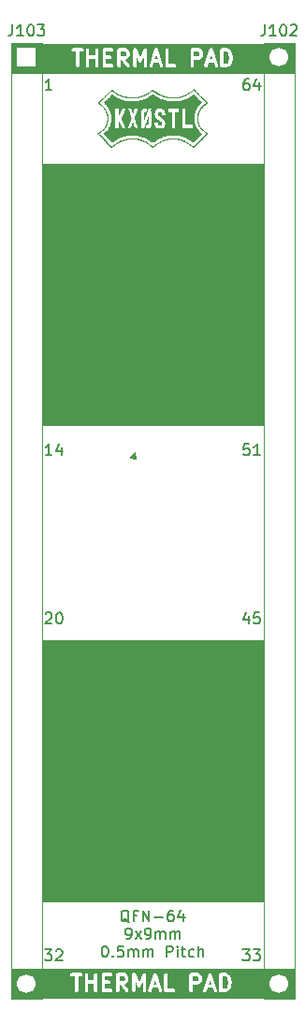
<source format=gto>
G04 #@! TF.GenerationSoftware,KiCad,Pcbnew,9.0.6*
G04 #@! TF.CreationDate,2026-01-05T15:48:12-06:00*
G04 #@! TF.ProjectId,QFN-64_9x9_P0.5,51464e2d-3634-45f3-9978-395f50302e35,rev?*
G04 #@! TF.SameCoordinates,Original*
G04 #@! TF.FileFunction,Legend,Top*
G04 #@! TF.FilePolarity,Positive*
%FSLAX46Y46*%
G04 Gerber Fmt 4.6, Leading zero omitted, Abs format (unit mm)*
G04 Created by KiCad (PCBNEW 9.0.6) date 2026-01-05 15:48:12*
%MOMM*%
%LPD*%
G01*
G04 APERTURE LIST*
G04 Aperture macros list*
%AMRotRect*
0 Rectangle, with rotation*
0 The origin of the aperture is its center*
0 $1 length*
0 $2 width*
0 $3 Rotation angle, in degrees counterclockwise*
0 Add horizontal line*
21,1,$1,$2,0,0,$3*%
G04 Aperture macros list end*
%ADD10C,0.200000*%
%ADD11C,0.100000*%
%ADD12C,0.300000*%
%ADD13C,0.254000*%
%ADD14C,0.150000*%
%ADD15C,0.120000*%
%ADD16C,0.000000*%
%ADD17C,1.000000*%
%ADD18RotRect,0.300000X1.400000X45.000000*%
%ADD19RotRect,6.100000X6.100000X315.000000*%
%ADD20RotRect,0.300000X1.400000X315.000000*%
%ADD21RotRect,0.300000X1.300000X315.000000*%
%ADD22C,1.700000*%
%ADD23R,1.700000X1.700000*%
G04 APERTURE END LIST*
D10*
X112272482Y-115768219D02*
X111701054Y-115768219D01*
X111986768Y-115768219D02*
X111986768Y-114768219D01*
X111986768Y-114768219D02*
X111891530Y-114911076D01*
X111891530Y-114911076D02*
X111796292Y-115006314D01*
X111796292Y-115006314D02*
X111701054Y-115053933D01*
X113129625Y-115101552D02*
X113129625Y-115768219D01*
X112891530Y-114720600D02*
X112653435Y-115434885D01*
X112653435Y-115434885D02*
X113272482Y-115434885D01*
X130122945Y-114768219D02*
X129646755Y-114768219D01*
X129646755Y-114768219D02*
X129599136Y-115244409D01*
X129599136Y-115244409D02*
X129646755Y-115196790D01*
X129646755Y-115196790D02*
X129741993Y-115149171D01*
X129741993Y-115149171D02*
X129980088Y-115149171D01*
X129980088Y-115149171D02*
X130075326Y-115196790D01*
X130075326Y-115196790D02*
X130122945Y-115244409D01*
X130122945Y-115244409D02*
X130170564Y-115339647D01*
X130170564Y-115339647D02*
X130170564Y-115577742D01*
X130170564Y-115577742D02*
X130122945Y-115672980D01*
X130122945Y-115672980D02*
X130075326Y-115720600D01*
X130075326Y-115720600D02*
X129980088Y-115768219D01*
X129980088Y-115768219D02*
X129741993Y-115768219D01*
X129741993Y-115768219D02*
X129646755Y-115720600D01*
X129646755Y-115720600D02*
X129599136Y-115672980D01*
X131122945Y-115768219D02*
X130551517Y-115768219D01*
X130837231Y-115768219D02*
X130837231Y-114768219D01*
X130837231Y-114768219D02*
X130741993Y-114911076D01*
X130741993Y-114911076D02*
X130646755Y-115006314D01*
X130646755Y-115006314D02*
X130551517Y-115053933D01*
X111701054Y-130103457D02*
X111748673Y-130055838D01*
X111748673Y-130055838D02*
X111843911Y-130008219D01*
X111843911Y-130008219D02*
X112082006Y-130008219D01*
X112082006Y-130008219D02*
X112177244Y-130055838D01*
X112177244Y-130055838D02*
X112224863Y-130103457D01*
X112224863Y-130103457D02*
X112272482Y-130198695D01*
X112272482Y-130198695D02*
X112272482Y-130293933D01*
X112272482Y-130293933D02*
X112224863Y-130436790D01*
X112224863Y-130436790D02*
X111653435Y-131008219D01*
X111653435Y-131008219D02*
X112272482Y-131008219D01*
X112891530Y-130008219D02*
X112986768Y-130008219D01*
X112986768Y-130008219D02*
X113082006Y-130055838D01*
X113082006Y-130055838D02*
X113129625Y-130103457D01*
X113129625Y-130103457D02*
X113177244Y-130198695D01*
X113177244Y-130198695D02*
X113224863Y-130389171D01*
X113224863Y-130389171D02*
X113224863Y-130627266D01*
X113224863Y-130627266D02*
X113177244Y-130817742D01*
X113177244Y-130817742D02*
X113129625Y-130912980D01*
X113129625Y-130912980D02*
X113082006Y-130960600D01*
X113082006Y-130960600D02*
X112986768Y-131008219D01*
X112986768Y-131008219D02*
X112891530Y-131008219D01*
X112891530Y-131008219D02*
X112796292Y-130960600D01*
X112796292Y-130960600D02*
X112748673Y-130912980D01*
X112748673Y-130912980D02*
X112701054Y-130817742D01*
X112701054Y-130817742D02*
X112653435Y-130627266D01*
X112653435Y-130627266D02*
X112653435Y-130389171D01*
X112653435Y-130389171D02*
X112701054Y-130198695D01*
X112701054Y-130198695D02*
X112748673Y-130103457D01*
X112748673Y-130103457D02*
X112796292Y-130055838D01*
X112796292Y-130055838D02*
X112891530Y-130008219D01*
X130075326Y-130341552D02*
X130075326Y-131008219D01*
X129837231Y-129960600D02*
X129599136Y-130674885D01*
X129599136Y-130674885D02*
X130218183Y-130674885D01*
X131075326Y-130008219D02*
X130599136Y-130008219D01*
X130599136Y-130008219D02*
X130551517Y-130484409D01*
X130551517Y-130484409D02*
X130599136Y-130436790D01*
X130599136Y-130436790D02*
X130694374Y-130389171D01*
X130694374Y-130389171D02*
X130932469Y-130389171D01*
X130932469Y-130389171D02*
X131027707Y-130436790D01*
X131027707Y-130436790D02*
X131075326Y-130484409D01*
X131075326Y-130484409D02*
X131122945Y-130579647D01*
X131122945Y-130579647D02*
X131122945Y-130817742D01*
X131122945Y-130817742D02*
X131075326Y-130912980D01*
X131075326Y-130912980D02*
X131027707Y-130960600D01*
X131027707Y-130960600D02*
X130932469Y-131008219D01*
X130932469Y-131008219D02*
X130694374Y-131008219D01*
X130694374Y-131008219D02*
X130599136Y-130960600D01*
X130599136Y-130960600D02*
X130551517Y-130912980D01*
D11*
X111379000Y-89408000D02*
X131445000Y-89408000D01*
X131445000Y-113030000D01*
X111379000Y-113030000D01*
X111379000Y-89408000D01*
G36*
X111379000Y-89408000D02*
G01*
X131445000Y-89408000D01*
X131445000Y-113030000D01*
X111379000Y-113030000D01*
X111379000Y-89408000D01*
G37*
D10*
X129551517Y-160488219D02*
X130170564Y-160488219D01*
X130170564Y-160488219D02*
X129837231Y-160869171D01*
X129837231Y-160869171D02*
X129980088Y-160869171D01*
X129980088Y-160869171D02*
X130075326Y-160916790D01*
X130075326Y-160916790D02*
X130122945Y-160964409D01*
X130122945Y-160964409D02*
X130170564Y-161059647D01*
X130170564Y-161059647D02*
X130170564Y-161297742D01*
X130170564Y-161297742D02*
X130122945Y-161392980D01*
X130122945Y-161392980D02*
X130075326Y-161440600D01*
X130075326Y-161440600D02*
X129980088Y-161488219D01*
X129980088Y-161488219D02*
X129694374Y-161488219D01*
X129694374Y-161488219D02*
X129599136Y-161440600D01*
X129599136Y-161440600D02*
X129551517Y-161392980D01*
X130503898Y-160488219D02*
X131122945Y-160488219D01*
X131122945Y-160488219D02*
X130789612Y-160869171D01*
X130789612Y-160869171D02*
X130932469Y-160869171D01*
X130932469Y-160869171D02*
X131027707Y-160916790D01*
X131027707Y-160916790D02*
X131075326Y-160964409D01*
X131075326Y-160964409D02*
X131122945Y-161059647D01*
X131122945Y-161059647D02*
X131122945Y-161297742D01*
X131122945Y-161297742D02*
X131075326Y-161392980D01*
X131075326Y-161392980D02*
X131027707Y-161440600D01*
X131027707Y-161440600D02*
X130932469Y-161488219D01*
X130932469Y-161488219D02*
X130646755Y-161488219D01*
X130646755Y-161488219D02*
X130551517Y-161440600D01*
X130551517Y-161440600D02*
X130503898Y-161392980D01*
D11*
X108610375Y-162204150D02*
X113808875Y-162204150D01*
X113808875Y-164871400D01*
X108610375Y-164871400D01*
X108610375Y-162204150D01*
G36*
X108610375Y-162204150D02*
G01*
X113808875Y-162204150D01*
X113808875Y-164871400D01*
X108610375Y-164871400D01*
X108610375Y-162204150D01*
G37*
X113436375Y-162204150D02*
X128854125Y-162204150D01*
X128854125Y-162432750D01*
X113436375Y-162432750D01*
X113436375Y-162204150D01*
G36*
X113436375Y-162204150D02*
G01*
X128854125Y-162204150D01*
X128854125Y-162432750D01*
X113436375Y-162432750D01*
X113436375Y-162204150D01*
G37*
X128706125Y-162204150D02*
X134234625Y-162204150D01*
X134234625Y-164871400D01*
X128706125Y-164871400D01*
X128706125Y-162204150D01*
G36*
X128706125Y-162204150D02*
G01*
X134234625Y-162204150D01*
X134234625Y-164871400D01*
X128706125Y-164871400D01*
X128706125Y-162204150D01*
G37*
X113258625Y-164465000D02*
X129565375Y-164465000D01*
X129565375Y-164871400D01*
X113258625Y-164871400D01*
X113258625Y-164465000D01*
G36*
X113258625Y-164465000D02*
G01*
X129565375Y-164465000D01*
X129565375Y-164871400D01*
X113258625Y-164871400D01*
X113258625Y-164465000D01*
G37*
D12*
G36*
X128030537Y-162943123D02*
G01*
X128126382Y-163038968D01*
X128177180Y-163140565D01*
X128237756Y-163382865D01*
X128237756Y-163553079D01*
X128177180Y-163795379D01*
X128126382Y-163896975D01*
X128030538Y-163992819D01*
X127880080Y-164042972D01*
X127709185Y-164042972D01*
X127709185Y-162892972D01*
X127880083Y-162892972D01*
X128030537Y-162943123D01*
G37*
G36*
X118839378Y-162935298D02*
G01*
X118874001Y-162969921D01*
X118916327Y-163054573D01*
X118916327Y-163190895D01*
X118874001Y-163275547D01*
X118839378Y-163310169D01*
X118754727Y-163352496D01*
X118387756Y-163352496D01*
X118387756Y-162892972D01*
X118754727Y-162892972D01*
X118839378Y-162935298D01*
G37*
G36*
X121758212Y-163628686D02*
G01*
X121483965Y-163628686D01*
X121621088Y-163217314D01*
X121758212Y-163628686D01*
G37*
G36*
X126729641Y-163628686D02*
G01*
X126455394Y-163628686D01*
X126592517Y-163217314D01*
X126729641Y-163628686D01*
G37*
G36*
X125467950Y-162935298D02*
G01*
X125502573Y-162969921D01*
X125544899Y-163054573D01*
X125544899Y-163190895D01*
X125502573Y-163275547D01*
X125467950Y-163310169D01*
X125383299Y-163352496D01*
X125016328Y-163352496D01*
X125016328Y-162892972D01*
X125383299Y-162892972D01*
X125467950Y-162935298D01*
G37*
G36*
X128698867Y-164504083D02*
G01*
X113786669Y-164504083D01*
X113786669Y-162713708D01*
X113947780Y-162713708D01*
X113947780Y-162772236D01*
X113970178Y-162826308D01*
X114011562Y-162867692D01*
X114065634Y-162890090D01*
X114094898Y-162892972D01*
X114359183Y-162892972D01*
X114359183Y-164192972D01*
X114362065Y-164222236D01*
X114384463Y-164276308D01*
X114425847Y-164317692D01*
X114479919Y-164340090D01*
X114538447Y-164340090D01*
X114592519Y-164317692D01*
X114633903Y-164276308D01*
X114656301Y-164222236D01*
X114659183Y-164192972D01*
X114659183Y-162892972D01*
X114923469Y-162892972D01*
X114952733Y-162890090D01*
X115006805Y-162867692D01*
X115048189Y-162826308D01*
X115070587Y-162772236D01*
X115070587Y-162742972D01*
X115256803Y-162742972D01*
X115256803Y-164192972D01*
X115259685Y-164222236D01*
X115282083Y-164276308D01*
X115323467Y-164317692D01*
X115377539Y-164340090D01*
X115436067Y-164340090D01*
X115490139Y-164317692D01*
X115531523Y-164276308D01*
X115553921Y-164222236D01*
X115556803Y-164192972D01*
X115556803Y-163583448D01*
X116085374Y-163583448D01*
X116085374Y-164192972D01*
X116088256Y-164222236D01*
X116110654Y-164276308D01*
X116152038Y-164317692D01*
X116206110Y-164340090D01*
X116264638Y-164340090D01*
X116318710Y-164317692D01*
X116360094Y-164276308D01*
X116382492Y-164222236D01*
X116385374Y-164192972D01*
X116385374Y-162742972D01*
X116775851Y-162742972D01*
X116775851Y-164192972D01*
X116778733Y-164222236D01*
X116801131Y-164276308D01*
X116842515Y-164317692D01*
X116896587Y-164340090D01*
X116925851Y-164342972D01*
X117616327Y-164342972D01*
X117645591Y-164340090D01*
X117699663Y-164317692D01*
X117741047Y-164276308D01*
X117763445Y-164222236D01*
X117763445Y-164163708D01*
X117741047Y-164109636D01*
X117699663Y-164068252D01*
X117645591Y-164045854D01*
X117616327Y-164042972D01*
X117075851Y-164042972D01*
X117075851Y-163583448D01*
X117409184Y-163583448D01*
X117438448Y-163580566D01*
X117492520Y-163558168D01*
X117533904Y-163516784D01*
X117556302Y-163462712D01*
X117556302Y-163404184D01*
X117533904Y-163350112D01*
X117492520Y-163308728D01*
X117438448Y-163286330D01*
X117409184Y-163283448D01*
X117075851Y-163283448D01*
X117075851Y-162892972D01*
X117616327Y-162892972D01*
X117645591Y-162890090D01*
X117699663Y-162867692D01*
X117741047Y-162826308D01*
X117763445Y-162772236D01*
X117763445Y-162742972D01*
X118087756Y-162742972D01*
X118087756Y-164192972D01*
X118090638Y-164222236D01*
X118113036Y-164276308D01*
X118154420Y-164317692D01*
X118208492Y-164340090D01*
X118267020Y-164340090D01*
X118321092Y-164317692D01*
X118362476Y-164276308D01*
X118384874Y-164222236D01*
X118387756Y-164192972D01*
X118387756Y-163652496D01*
X118504896Y-163652496D01*
X118943442Y-164278991D01*
X118962585Y-164301312D01*
X119011942Y-164332766D01*
X119069578Y-164342936D01*
X119126719Y-164330277D01*
X119174667Y-164296714D01*
X119206121Y-164247356D01*
X119216292Y-164189721D01*
X119203632Y-164132579D01*
X119189212Y-164106952D01*
X118859284Y-163635627D01*
X118995314Y-163567612D01*
X119007907Y-163559684D01*
X119011567Y-163558169D01*
X119015686Y-163554787D01*
X119020200Y-163551947D01*
X119022796Y-163548952D01*
X119034298Y-163539514D01*
X119103345Y-163470467D01*
X119112785Y-163458964D01*
X119115778Y-163456369D01*
X119118616Y-163451859D01*
X119122000Y-163447737D01*
X119123516Y-163444074D01*
X119131443Y-163431483D01*
X119200491Y-163293387D01*
X119211001Y-163265924D01*
X119211383Y-163260546D01*
X119213445Y-163255569D01*
X119216327Y-163226305D01*
X119216327Y-163019163D01*
X119213445Y-162989899D01*
X119211383Y-162984921D01*
X119211001Y-162979544D01*
X119200491Y-162952081D01*
X119131443Y-162813985D01*
X119123516Y-162801393D01*
X119122000Y-162797731D01*
X119118616Y-162793608D01*
X119115778Y-162789099D01*
X119112785Y-162786503D01*
X119103345Y-162775001D01*
X119071316Y-162742972D01*
X119537756Y-162742972D01*
X119537756Y-164192972D01*
X119540638Y-164222236D01*
X119563036Y-164276308D01*
X119604420Y-164317692D01*
X119658492Y-164340090D01*
X119717020Y-164340090D01*
X119771092Y-164317692D01*
X119812476Y-164276308D01*
X119834874Y-164222236D01*
X119837756Y-164192972D01*
X119837756Y-163419107D01*
X120035161Y-163842119D01*
X120041510Y-163852837D01*
X120042829Y-163856464D01*
X120045178Y-163859029D01*
X120050148Y-163867419D01*
X120066960Y-163882814D01*
X120082356Y-163899627D01*
X120088397Y-163902446D01*
X120093311Y-163906946D01*
X120114734Y-163914736D01*
X120135394Y-163924377D01*
X120142051Y-163924669D01*
X120148314Y-163926947D01*
X120171089Y-163925945D01*
X120193864Y-163926947D01*
X120200126Y-163924669D01*
X120206784Y-163924377D01*
X120227439Y-163914737D01*
X120248867Y-163906946D01*
X120253782Y-163902444D01*
X120259822Y-163899626D01*
X120275214Y-163882818D01*
X120292030Y-163867419D01*
X120296999Y-163859030D01*
X120299349Y-163856464D01*
X120300668Y-163852834D01*
X120307016Y-163842119D01*
X120504422Y-163419105D01*
X120504422Y-164192972D01*
X120507304Y-164222236D01*
X120529702Y-164276308D01*
X120571086Y-164317692D01*
X120625158Y-164340090D01*
X120683686Y-164340090D01*
X120737758Y-164317692D01*
X120779142Y-164276308D01*
X120801540Y-164222236D01*
X120804422Y-164192972D01*
X120804422Y-164174212D01*
X120988934Y-164174212D01*
X120993083Y-164232592D01*
X121019257Y-164284939D01*
X121063471Y-164323286D01*
X121118996Y-164341794D01*
X121177376Y-164337645D01*
X121229723Y-164311471D01*
X121268070Y-164267257D01*
X121280059Y-164240406D01*
X121383965Y-163928686D01*
X121858212Y-163928686D01*
X121962119Y-164240406D01*
X121974108Y-164267257D01*
X122012455Y-164311471D01*
X122064802Y-164337645D01*
X122123182Y-164341794D01*
X122178707Y-164323286D01*
X122222921Y-164284939D01*
X122249095Y-164232591D01*
X122253244Y-164174211D01*
X122246724Y-164145538D01*
X121779203Y-162742972D01*
X122437756Y-162742972D01*
X122437756Y-164192972D01*
X122440638Y-164222236D01*
X122463036Y-164276308D01*
X122504420Y-164317692D01*
X122558492Y-164340090D01*
X122587756Y-164342972D01*
X123278232Y-164342972D01*
X123307496Y-164340090D01*
X123361568Y-164317692D01*
X123402952Y-164276308D01*
X123425350Y-164222236D01*
X123425350Y-164163708D01*
X123402952Y-164109636D01*
X123361568Y-164068252D01*
X123307496Y-164045854D01*
X123278232Y-164042972D01*
X122737756Y-164042972D01*
X122737756Y-162742972D01*
X124716328Y-162742972D01*
X124716328Y-164192972D01*
X124719210Y-164222236D01*
X124741608Y-164276308D01*
X124782992Y-164317692D01*
X124837064Y-164340090D01*
X124895592Y-164340090D01*
X124949664Y-164317692D01*
X124991048Y-164276308D01*
X125013446Y-164222236D01*
X125016328Y-164192972D01*
X125016328Y-164174212D01*
X125960363Y-164174212D01*
X125964512Y-164232592D01*
X125990686Y-164284939D01*
X126034900Y-164323286D01*
X126090425Y-164341794D01*
X126148805Y-164337645D01*
X126201152Y-164311471D01*
X126239499Y-164267257D01*
X126251488Y-164240406D01*
X126355394Y-163928686D01*
X126829641Y-163928686D01*
X126933548Y-164240406D01*
X126945537Y-164267257D01*
X126983884Y-164311471D01*
X127036231Y-164337645D01*
X127094611Y-164341794D01*
X127150136Y-164323286D01*
X127194350Y-164284939D01*
X127220524Y-164232591D01*
X127224673Y-164174211D01*
X127218153Y-164145538D01*
X126750632Y-162742972D01*
X127409185Y-162742972D01*
X127409185Y-164192972D01*
X127412067Y-164222236D01*
X127434465Y-164276308D01*
X127475849Y-164317692D01*
X127529921Y-164340090D01*
X127559185Y-164342972D01*
X127904423Y-164342972D01*
X127919228Y-164341513D01*
X127923183Y-164341795D01*
X127928384Y-164340612D01*
X127933687Y-164340090D01*
X127937344Y-164338574D01*
X127951857Y-164335275D01*
X128159000Y-164266228D01*
X128185851Y-164254239D01*
X128189920Y-164250709D01*
X128194902Y-164248646D01*
X128217632Y-164229991D01*
X128355728Y-164091894D01*
X128365170Y-164080388D01*
X128368160Y-164077796D01*
X128370995Y-164073291D01*
X128374383Y-164069164D01*
X128375901Y-164065498D01*
X128383825Y-164052911D01*
X128452872Y-163914815D01*
X128453689Y-163912678D01*
X128454336Y-163911806D01*
X128458725Y-163899519D01*
X128463382Y-163887352D01*
X128463458Y-163886270D01*
X128464229Y-163884115D01*
X128533277Y-163607925D01*
X128534027Y-163602852D01*
X128534874Y-163600808D01*
X128535959Y-163589788D01*
X128537579Y-163578836D01*
X128537253Y-163576647D01*
X128537756Y-163571544D01*
X128537756Y-163364401D01*
X128537253Y-163359297D01*
X128537579Y-163357110D01*
X128535959Y-163346158D01*
X128534874Y-163335137D01*
X128534027Y-163333092D01*
X128533277Y-163328020D01*
X128464229Y-163051830D01*
X128463458Y-163049674D01*
X128463382Y-163048592D01*
X128458722Y-163036417D01*
X128454336Y-163024138D01*
X128453689Y-163023265D01*
X128452872Y-163021129D01*
X128383825Y-162883033D01*
X128375898Y-162870441D01*
X128374382Y-162866780D01*
X128370998Y-162862657D01*
X128368160Y-162858148D01*
X128365168Y-162855553D01*
X128355727Y-162844049D01*
X128217632Y-162705954D01*
X128194901Y-162687299D01*
X128189921Y-162685236D01*
X128185851Y-162681706D01*
X128159000Y-162669718D01*
X127951857Y-162600670D01*
X127937349Y-162597371D01*
X127933687Y-162595854D01*
X127928378Y-162595331D01*
X127923184Y-162594150D01*
X127919234Y-162594430D01*
X127904423Y-162592972D01*
X127559185Y-162592972D01*
X127529921Y-162595854D01*
X127475849Y-162618252D01*
X127434465Y-162659636D01*
X127412067Y-162713708D01*
X127409185Y-162742972D01*
X126750632Y-162742972D01*
X126734821Y-162695538D01*
X126722832Y-162668687D01*
X126715809Y-162660590D01*
X126711017Y-162651005D01*
X126696808Y-162638681D01*
X126684485Y-162624473D01*
X126674899Y-162619680D01*
X126666803Y-162612658D01*
X126648961Y-162606710D01*
X126632138Y-162598299D01*
X126621445Y-162597539D01*
X126611278Y-162594150D01*
X126592518Y-162595483D01*
X126573758Y-162594150D01*
X126563590Y-162597539D01*
X126552898Y-162598299D01*
X126536074Y-162606710D01*
X126518233Y-162612658D01*
X126510136Y-162619680D01*
X126500551Y-162624473D01*
X126488227Y-162638681D01*
X126474019Y-162651005D01*
X126469226Y-162660590D01*
X126462204Y-162668687D01*
X126450215Y-162695538D01*
X125966882Y-164145538D01*
X125960363Y-164174212D01*
X125016328Y-164174212D01*
X125016328Y-163652496D01*
X125418709Y-163652496D01*
X125447973Y-163649614D01*
X125452953Y-163647550D01*
X125458328Y-163647169D01*
X125485791Y-163636660D01*
X125623886Y-163567612D01*
X125636479Y-163559684D01*
X125640139Y-163558169D01*
X125644258Y-163554787D01*
X125648772Y-163551947D01*
X125651368Y-163548952D01*
X125662870Y-163539514D01*
X125731917Y-163470467D01*
X125741357Y-163458964D01*
X125744350Y-163456369D01*
X125747188Y-163451859D01*
X125750572Y-163447737D01*
X125752088Y-163444074D01*
X125760015Y-163431483D01*
X125829063Y-163293387D01*
X125839573Y-163265924D01*
X125839955Y-163260546D01*
X125842017Y-163255569D01*
X125844899Y-163226305D01*
X125844899Y-163019163D01*
X125842017Y-162989899D01*
X125839955Y-162984921D01*
X125839573Y-162979544D01*
X125829063Y-162952081D01*
X125760015Y-162813985D01*
X125752088Y-162801393D01*
X125750572Y-162797731D01*
X125747188Y-162793608D01*
X125744350Y-162789099D01*
X125741357Y-162786503D01*
X125731917Y-162775001D01*
X125662870Y-162705954D01*
X125651368Y-162696515D01*
X125648772Y-162693521D01*
X125644258Y-162690680D01*
X125640139Y-162687299D01*
X125636479Y-162685783D01*
X125623886Y-162677856D01*
X125485791Y-162608808D01*
X125458328Y-162598299D01*
X125452953Y-162597917D01*
X125447973Y-162595854D01*
X125418709Y-162592972D01*
X124866328Y-162592972D01*
X124837064Y-162595854D01*
X124782992Y-162618252D01*
X124741608Y-162659636D01*
X124719210Y-162713708D01*
X124716328Y-162742972D01*
X122737756Y-162742972D01*
X122734874Y-162713708D01*
X122712476Y-162659636D01*
X122671092Y-162618252D01*
X122617020Y-162595854D01*
X122558492Y-162595854D01*
X122504420Y-162618252D01*
X122463036Y-162659636D01*
X122440638Y-162713708D01*
X122437756Y-162742972D01*
X121779203Y-162742972D01*
X121763392Y-162695538D01*
X121751403Y-162668687D01*
X121744380Y-162660590D01*
X121739588Y-162651005D01*
X121725379Y-162638681D01*
X121713056Y-162624473D01*
X121703470Y-162619680D01*
X121695374Y-162612658D01*
X121677532Y-162606710D01*
X121660709Y-162598299D01*
X121650016Y-162597539D01*
X121639849Y-162594150D01*
X121621089Y-162595483D01*
X121602329Y-162594150D01*
X121592161Y-162597539D01*
X121581469Y-162598299D01*
X121564645Y-162606710D01*
X121546804Y-162612658D01*
X121538707Y-162619680D01*
X121529122Y-162624473D01*
X121516798Y-162638681D01*
X121502590Y-162651005D01*
X121497797Y-162660590D01*
X121490775Y-162668687D01*
X121478786Y-162695538D01*
X120995453Y-164145538D01*
X120988934Y-164174212D01*
X120804422Y-164174212D01*
X120804422Y-162742972D01*
X120802527Y-162723735D01*
X120802683Y-162720197D01*
X120801991Y-162718296D01*
X120801540Y-162713708D01*
X120791578Y-162689659D01*
X120782682Y-162665194D01*
X120780422Y-162662726D01*
X120779142Y-162659636D01*
X120760738Y-162641232D01*
X120743155Y-162622032D01*
X120740123Y-162620617D01*
X120737758Y-162618252D01*
X120713703Y-162608288D01*
X120690117Y-162597281D01*
X120686776Y-162597134D01*
X120683686Y-162595854D01*
X120657651Y-162595854D01*
X120631647Y-162594711D01*
X120628504Y-162595854D01*
X120625158Y-162595854D01*
X120601109Y-162605815D01*
X120576644Y-162614712D01*
X120574176Y-162616971D01*
X120571086Y-162618252D01*
X120552688Y-162636649D01*
X120533481Y-162654239D01*
X120531129Y-162658208D01*
X120529702Y-162659636D01*
X120528348Y-162662902D01*
X120518494Y-162679539D01*
X120171088Y-163423980D01*
X119823683Y-162679539D01*
X119813829Y-162662904D01*
X119812476Y-162659636D01*
X119811047Y-162658207D01*
X119808697Y-162654239D01*
X119789489Y-162636649D01*
X119771092Y-162618252D01*
X119768001Y-162616971D01*
X119765534Y-162614712D01*
X119741068Y-162605815D01*
X119717020Y-162595854D01*
X119713674Y-162595854D01*
X119710531Y-162594711D01*
X119684527Y-162595854D01*
X119658492Y-162595854D01*
X119655401Y-162597134D01*
X119652061Y-162597281D01*
X119628465Y-162608291D01*
X119604420Y-162618252D01*
X119602056Y-162620615D01*
X119599023Y-162622031D01*
X119581433Y-162641238D01*
X119563036Y-162659636D01*
X119561755Y-162662726D01*
X119559496Y-162665194D01*
X119550599Y-162689659D01*
X119540638Y-162713708D01*
X119540186Y-162718296D01*
X119539495Y-162720197D01*
X119539650Y-162723735D01*
X119537756Y-162742972D01*
X119071316Y-162742972D01*
X119034298Y-162705954D01*
X119022796Y-162696515D01*
X119020200Y-162693521D01*
X119015686Y-162690680D01*
X119011567Y-162687299D01*
X119007907Y-162685783D01*
X118995314Y-162677856D01*
X118857219Y-162608808D01*
X118829756Y-162598299D01*
X118824381Y-162597917D01*
X118819401Y-162595854D01*
X118790137Y-162592972D01*
X118237756Y-162592972D01*
X118208492Y-162595854D01*
X118154420Y-162618252D01*
X118113036Y-162659636D01*
X118090638Y-162713708D01*
X118087756Y-162742972D01*
X117763445Y-162742972D01*
X117763445Y-162713708D01*
X117741047Y-162659636D01*
X117699663Y-162618252D01*
X117645591Y-162595854D01*
X117616327Y-162592972D01*
X116925851Y-162592972D01*
X116896587Y-162595854D01*
X116842515Y-162618252D01*
X116801131Y-162659636D01*
X116778733Y-162713708D01*
X116775851Y-162742972D01*
X116385374Y-162742972D01*
X116382492Y-162713708D01*
X116360094Y-162659636D01*
X116318710Y-162618252D01*
X116264638Y-162595854D01*
X116206110Y-162595854D01*
X116152038Y-162618252D01*
X116110654Y-162659636D01*
X116088256Y-162713708D01*
X116085374Y-162742972D01*
X116085374Y-163283448D01*
X115556803Y-163283448D01*
X115556803Y-162742972D01*
X115553921Y-162713708D01*
X115531523Y-162659636D01*
X115490139Y-162618252D01*
X115436067Y-162595854D01*
X115377539Y-162595854D01*
X115323467Y-162618252D01*
X115282083Y-162659636D01*
X115259685Y-162713708D01*
X115256803Y-162742972D01*
X115070587Y-162742972D01*
X115070587Y-162713708D01*
X115048189Y-162659636D01*
X115006805Y-162618252D01*
X114952733Y-162595854D01*
X114923469Y-162592972D01*
X114094898Y-162592972D01*
X114065634Y-162595854D01*
X114011562Y-162618252D01*
X113970178Y-162659636D01*
X113947780Y-162713708D01*
X113786669Y-162713708D01*
X113786669Y-162431861D01*
X128698867Y-162431861D01*
X128698867Y-164504083D01*
G37*
D11*
X108712000Y-78549375D02*
X113910500Y-78549375D01*
X113910500Y-81216625D01*
X108712000Y-81216625D01*
X108712000Y-78549375D01*
G36*
X108712000Y-78549375D02*
G01*
X113910500Y-78549375D01*
X113910500Y-81216625D01*
X108712000Y-81216625D01*
X108712000Y-78549375D01*
G37*
X113538000Y-78549375D02*
X128955750Y-78549375D01*
X128955750Y-78777975D01*
X113538000Y-78777975D01*
X113538000Y-78549375D01*
G36*
X113538000Y-78549375D02*
G01*
X128955750Y-78549375D01*
X128955750Y-78777975D01*
X113538000Y-78777975D01*
X113538000Y-78549375D01*
G37*
X113360250Y-80810225D02*
X129667000Y-80810225D01*
X129667000Y-81216625D01*
X113360250Y-81216625D01*
X113360250Y-80810225D01*
G36*
X113360250Y-80810225D02*
G01*
X129667000Y-80810225D01*
X129667000Y-81216625D01*
X113360250Y-81216625D01*
X113360250Y-80810225D01*
G37*
X111379000Y-132524500D02*
X131445000Y-132524500D01*
X131445000Y-156146500D01*
X111379000Y-156146500D01*
X111379000Y-132524500D01*
G36*
X111379000Y-132524500D02*
G01*
X131445000Y-132524500D01*
X131445000Y-156146500D01*
X111379000Y-156146500D01*
X111379000Y-132524500D01*
G37*
X128807750Y-78549375D02*
X134209250Y-78549375D01*
X134209250Y-81216625D01*
X128807750Y-81216625D01*
X128807750Y-78549375D01*
G36*
X128807750Y-78549375D02*
G01*
X134209250Y-78549375D01*
X134209250Y-81216625D01*
X128807750Y-81216625D01*
X128807750Y-78549375D01*
G37*
D10*
X130075326Y-81748219D02*
X129884850Y-81748219D01*
X129884850Y-81748219D02*
X129789612Y-81795838D01*
X129789612Y-81795838D02*
X129741993Y-81843457D01*
X129741993Y-81843457D02*
X129646755Y-81986314D01*
X129646755Y-81986314D02*
X129599136Y-82176790D01*
X129599136Y-82176790D02*
X129599136Y-82557742D01*
X129599136Y-82557742D02*
X129646755Y-82652980D01*
X129646755Y-82652980D02*
X129694374Y-82700600D01*
X129694374Y-82700600D02*
X129789612Y-82748219D01*
X129789612Y-82748219D02*
X129980088Y-82748219D01*
X129980088Y-82748219D02*
X130075326Y-82700600D01*
X130075326Y-82700600D02*
X130122945Y-82652980D01*
X130122945Y-82652980D02*
X130170564Y-82557742D01*
X130170564Y-82557742D02*
X130170564Y-82319647D01*
X130170564Y-82319647D02*
X130122945Y-82224409D01*
X130122945Y-82224409D02*
X130075326Y-82176790D01*
X130075326Y-82176790D02*
X129980088Y-82129171D01*
X129980088Y-82129171D02*
X129789612Y-82129171D01*
X129789612Y-82129171D02*
X129694374Y-82176790D01*
X129694374Y-82176790D02*
X129646755Y-82224409D01*
X129646755Y-82224409D02*
X129599136Y-82319647D01*
X131027707Y-82081552D02*
X131027707Y-82748219D01*
X130789612Y-81700600D02*
X130551517Y-82414885D01*
X130551517Y-82414885D02*
X131170564Y-82414885D01*
D12*
G36*
X128132162Y-79288348D02*
G01*
X128228007Y-79384193D01*
X128278805Y-79485790D01*
X128339381Y-79728090D01*
X128339381Y-79898304D01*
X128278805Y-80140604D01*
X128228007Y-80242200D01*
X128132163Y-80338044D01*
X127981705Y-80388197D01*
X127810810Y-80388197D01*
X127810810Y-79238197D01*
X127981708Y-79238197D01*
X128132162Y-79288348D01*
G37*
G36*
X118941003Y-79280523D02*
G01*
X118975626Y-79315146D01*
X119017952Y-79399798D01*
X119017952Y-79536120D01*
X118975626Y-79620772D01*
X118941003Y-79655394D01*
X118856352Y-79697721D01*
X118489381Y-79697721D01*
X118489381Y-79238197D01*
X118856352Y-79238197D01*
X118941003Y-79280523D01*
G37*
G36*
X121859837Y-79973911D02*
G01*
X121585590Y-79973911D01*
X121722713Y-79562539D01*
X121859837Y-79973911D01*
G37*
G36*
X126831266Y-79973911D02*
G01*
X126557019Y-79973911D01*
X126694142Y-79562539D01*
X126831266Y-79973911D01*
G37*
G36*
X125569575Y-79280523D02*
G01*
X125604198Y-79315146D01*
X125646524Y-79399798D01*
X125646524Y-79536120D01*
X125604198Y-79620772D01*
X125569575Y-79655394D01*
X125484924Y-79697721D01*
X125117953Y-79697721D01*
X125117953Y-79238197D01*
X125484924Y-79238197D01*
X125569575Y-79280523D01*
G37*
G36*
X128800492Y-80849308D02*
G01*
X113888294Y-80849308D01*
X113888294Y-79058933D01*
X114049405Y-79058933D01*
X114049405Y-79117461D01*
X114071803Y-79171533D01*
X114113187Y-79212917D01*
X114167259Y-79235315D01*
X114196523Y-79238197D01*
X114460808Y-79238197D01*
X114460808Y-80538197D01*
X114463690Y-80567461D01*
X114486088Y-80621533D01*
X114527472Y-80662917D01*
X114581544Y-80685315D01*
X114640072Y-80685315D01*
X114694144Y-80662917D01*
X114735528Y-80621533D01*
X114757926Y-80567461D01*
X114760808Y-80538197D01*
X114760808Y-79238197D01*
X115025094Y-79238197D01*
X115054358Y-79235315D01*
X115108430Y-79212917D01*
X115149814Y-79171533D01*
X115172212Y-79117461D01*
X115172212Y-79088197D01*
X115358428Y-79088197D01*
X115358428Y-80538197D01*
X115361310Y-80567461D01*
X115383708Y-80621533D01*
X115425092Y-80662917D01*
X115479164Y-80685315D01*
X115537692Y-80685315D01*
X115591764Y-80662917D01*
X115633148Y-80621533D01*
X115655546Y-80567461D01*
X115658428Y-80538197D01*
X115658428Y-79928673D01*
X116186999Y-79928673D01*
X116186999Y-80538197D01*
X116189881Y-80567461D01*
X116212279Y-80621533D01*
X116253663Y-80662917D01*
X116307735Y-80685315D01*
X116366263Y-80685315D01*
X116420335Y-80662917D01*
X116461719Y-80621533D01*
X116484117Y-80567461D01*
X116486999Y-80538197D01*
X116486999Y-79088197D01*
X116877476Y-79088197D01*
X116877476Y-80538197D01*
X116880358Y-80567461D01*
X116902756Y-80621533D01*
X116944140Y-80662917D01*
X116998212Y-80685315D01*
X117027476Y-80688197D01*
X117717952Y-80688197D01*
X117747216Y-80685315D01*
X117801288Y-80662917D01*
X117842672Y-80621533D01*
X117865070Y-80567461D01*
X117865070Y-80508933D01*
X117842672Y-80454861D01*
X117801288Y-80413477D01*
X117747216Y-80391079D01*
X117717952Y-80388197D01*
X117177476Y-80388197D01*
X117177476Y-79928673D01*
X117510809Y-79928673D01*
X117540073Y-79925791D01*
X117594145Y-79903393D01*
X117635529Y-79862009D01*
X117657927Y-79807937D01*
X117657927Y-79749409D01*
X117635529Y-79695337D01*
X117594145Y-79653953D01*
X117540073Y-79631555D01*
X117510809Y-79628673D01*
X117177476Y-79628673D01*
X117177476Y-79238197D01*
X117717952Y-79238197D01*
X117747216Y-79235315D01*
X117801288Y-79212917D01*
X117842672Y-79171533D01*
X117865070Y-79117461D01*
X117865070Y-79088197D01*
X118189381Y-79088197D01*
X118189381Y-80538197D01*
X118192263Y-80567461D01*
X118214661Y-80621533D01*
X118256045Y-80662917D01*
X118310117Y-80685315D01*
X118368645Y-80685315D01*
X118422717Y-80662917D01*
X118464101Y-80621533D01*
X118486499Y-80567461D01*
X118489381Y-80538197D01*
X118489381Y-79997721D01*
X118606521Y-79997721D01*
X119045067Y-80624216D01*
X119064210Y-80646537D01*
X119113567Y-80677991D01*
X119171203Y-80688161D01*
X119228344Y-80675502D01*
X119276292Y-80641939D01*
X119307746Y-80592581D01*
X119317917Y-80534946D01*
X119305257Y-80477804D01*
X119290837Y-80452177D01*
X118960909Y-79980852D01*
X119096939Y-79912837D01*
X119109532Y-79904909D01*
X119113192Y-79903394D01*
X119117311Y-79900012D01*
X119121825Y-79897172D01*
X119124421Y-79894177D01*
X119135923Y-79884739D01*
X119204970Y-79815692D01*
X119214410Y-79804189D01*
X119217403Y-79801594D01*
X119220241Y-79797084D01*
X119223625Y-79792962D01*
X119225141Y-79789299D01*
X119233068Y-79776708D01*
X119302116Y-79638612D01*
X119312626Y-79611149D01*
X119313008Y-79605771D01*
X119315070Y-79600794D01*
X119317952Y-79571530D01*
X119317952Y-79364388D01*
X119315070Y-79335124D01*
X119313008Y-79330146D01*
X119312626Y-79324769D01*
X119302116Y-79297306D01*
X119233068Y-79159210D01*
X119225141Y-79146618D01*
X119223625Y-79142956D01*
X119220241Y-79138833D01*
X119217403Y-79134324D01*
X119214410Y-79131728D01*
X119204970Y-79120226D01*
X119172941Y-79088197D01*
X119639381Y-79088197D01*
X119639381Y-80538197D01*
X119642263Y-80567461D01*
X119664661Y-80621533D01*
X119706045Y-80662917D01*
X119760117Y-80685315D01*
X119818645Y-80685315D01*
X119872717Y-80662917D01*
X119914101Y-80621533D01*
X119936499Y-80567461D01*
X119939381Y-80538197D01*
X119939381Y-79764332D01*
X120136786Y-80187344D01*
X120143135Y-80198062D01*
X120144454Y-80201689D01*
X120146803Y-80204254D01*
X120151773Y-80212644D01*
X120168585Y-80228039D01*
X120183981Y-80244852D01*
X120190022Y-80247671D01*
X120194936Y-80252171D01*
X120216359Y-80259961D01*
X120237019Y-80269602D01*
X120243676Y-80269894D01*
X120249939Y-80272172D01*
X120272714Y-80271170D01*
X120295489Y-80272172D01*
X120301751Y-80269894D01*
X120308409Y-80269602D01*
X120329064Y-80259962D01*
X120350492Y-80252171D01*
X120355407Y-80247669D01*
X120361447Y-80244851D01*
X120376839Y-80228043D01*
X120393655Y-80212644D01*
X120398624Y-80204255D01*
X120400974Y-80201689D01*
X120402293Y-80198059D01*
X120408641Y-80187344D01*
X120606047Y-79764330D01*
X120606047Y-80538197D01*
X120608929Y-80567461D01*
X120631327Y-80621533D01*
X120672711Y-80662917D01*
X120726783Y-80685315D01*
X120785311Y-80685315D01*
X120839383Y-80662917D01*
X120880767Y-80621533D01*
X120903165Y-80567461D01*
X120906047Y-80538197D01*
X120906047Y-80519437D01*
X121090559Y-80519437D01*
X121094708Y-80577817D01*
X121120882Y-80630164D01*
X121165096Y-80668511D01*
X121220621Y-80687019D01*
X121279001Y-80682870D01*
X121331348Y-80656696D01*
X121369695Y-80612482D01*
X121381684Y-80585631D01*
X121485590Y-80273911D01*
X121959837Y-80273911D01*
X122063744Y-80585631D01*
X122075733Y-80612482D01*
X122114080Y-80656696D01*
X122166427Y-80682870D01*
X122224807Y-80687019D01*
X122280332Y-80668511D01*
X122324546Y-80630164D01*
X122350720Y-80577816D01*
X122354869Y-80519436D01*
X122348349Y-80490763D01*
X121880828Y-79088197D01*
X122539381Y-79088197D01*
X122539381Y-80538197D01*
X122542263Y-80567461D01*
X122564661Y-80621533D01*
X122606045Y-80662917D01*
X122660117Y-80685315D01*
X122689381Y-80688197D01*
X123379857Y-80688197D01*
X123409121Y-80685315D01*
X123463193Y-80662917D01*
X123504577Y-80621533D01*
X123526975Y-80567461D01*
X123526975Y-80508933D01*
X123504577Y-80454861D01*
X123463193Y-80413477D01*
X123409121Y-80391079D01*
X123379857Y-80388197D01*
X122839381Y-80388197D01*
X122839381Y-79088197D01*
X124817953Y-79088197D01*
X124817953Y-80538197D01*
X124820835Y-80567461D01*
X124843233Y-80621533D01*
X124884617Y-80662917D01*
X124938689Y-80685315D01*
X124997217Y-80685315D01*
X125051289Y-80662917D01*
X125092673Y-80621533D01*
X125115071Y-80567461D01*
X125117953Y-80538197D01*
X125117953Y-80519437D01*
X126061988Y-80519437D01*
X126066137Y-80577817D01*
X126092311Y-80630164D01*
X126136525Y-80668511D01*
X126192050Y-80687019D01*
X126250430Y-80682870D01*
X126302777Y-80656696D01*
X126341124Y-80612482D01*
X126353113Y-80585631D01*
X126457019Y-80273911D01*
X126931266Y-80273911D01*
X127035173Y-80585631D01*
X127047162Y-80612482D01*
X127085509Y-80656696D01*
X127137856Y-80682870D01*
X127196236Y-80687019D01*
X127251761Y-80668511D01*
X127295975Y-80630164D01*
X127322149Y-80577816D01*
X127326298Y-80519436D01*
X127319778Y-80490763D01*
X126852257Y-79088197D01*
X127510810Y-79088197D01*
X127510810Y-80538197D01*
X127513692Y-80567461D01*
X127536090Y-80621533D01*
X127577474Y-80662917D01*
X127631546Y-80685315D01*
X127660810Y-80688197D01*
X128006048Y-80688197D01*
X128020853Y-80686738D01*
X128024808Y-80687020D01*
X128030009Y-80685837D01*
X128035312Y-80685315D01*
X128038969Y-80683799D01*
X128053482Y-80680500D01*
X128260625Y-80611453D01*
X128287476Y-80599464D01*
X128291545Y-80595934D01*
X128296527Y-80593871D01*
X128319257Y-80575216D01*
X128457353Y-80437119D01*
X128466795Y-80425613D01*
X128469785Y-80423021D01*
X128472620Y-80418516D01*
X128476008Y-80414389D01*
X128477526Y-80410723D01*
X128485450Y-80398136D01*
X128554497Y-80260040D01*
X128555314Y-80257903D01*
X128555961Y-80257031D01*
X128560350Y-80244744D01*
X128565007Y-80232577D01*
X128565083Y-80231495D01*
X128565854Y-80229340D01*
X128634902Y-79953150D01*
X128635652Y-79948077D01*
X128636499Y-79946033D01*
X128637584Y-79935013D01*
X128639204Y-79924061D01*
X128638878Y-79921872D01*
X128639381Y-79916769D01*
X128639381Y-79709626D01*
X128638878Y-79704522D01*
X128639204Y-79702335D01*
X128637584Y-79691383D01*
X128636499Y-79680362D01*
X128635652Y-79678317D01*
X128634902Y-79673245D01*
X128565854Y-79397055D01*
X128565083Y-79394899D01*
X128565007Y-79393817D01*
X128560347Y-79381642D01*
X128555961Y-79369363D01*
X128555314Y-79368490D01*
X128554497Y-79366354D01*
X128485450Y-79228258D01*
X128477523Y-79215666D01*
X128476007Y-79212005D01*
X128472623Y-79207882D01*
X128469785Y-79203373D01*
X128466793Y-79200778D01*
X128457352Y-79189274D01*
X128319257Y-79051179D01*
X128296526Y-79032524D01*
X128291546Y-79030461D01*
X128287476Y-79026931D01*
X128260625Y-79014943D01*
X128053482Y-78945895D01*
X128038974Y-78942596D01*
X128035312Y-78941079D01*
X128030003Y-78940556D01*
X128024809Y-78939375D01*
X128020859Y-78939655D01*
X128006048Y-78938197D01*
X127660810Y-78938197D01*
X127631546Y-78941079D01*
X127577474Y-78963477D01*
X127536090Y-79004861D01*
X127513692Y-79058933D01*
X127510810Y-79088197D01*
X126852257Y-79088197D01*
X126836446Y-79040763D01*
X126824457Y-79013912D01*
X126817434Y-79005815D01*
X126812642Y-78996230D01*
X126798433Y-78983906D01*
X126786110Y-78969698D01*
X126776524Y-78964905D01*
X126768428Y-78957883D01*
X126750586Y-78951935D01*
X126733763Y-78943524D01*
X126723070Y-78942764D01*
X126712903Y-78939375D01*
X126694143Y-78940708D01*
X126675383Y-78939375D01*
X126665215Y-78942764D01*
X126654523Y-78943524D01*
X126637699Y-78951935D01*
X126619858Y-78957883D01*
X126611761Y-78964905D01*
X126602176Y-78969698D01*
X126589852Y-78983906D01*
X126575644Y-78996230D01*
X126570851Y-79005815D01*
X126563829Y-79013912D01*
X126551840Y-79040763D01*
X126068507Y-80490763D01*
X126061988Y-80519437D01*
X125117953Y-80519437D01*
X125117953Y-79997721D01*
X125520334Y-79997721D01*
X125549598Y-79994839D01*
X125554578Y-79992775D01*
X125559953Y-79992394D01*
X125587416Y-79981885D01*
X125725511Y-79912837D01*
X125738104Y-79904909D01*
X125741764Y-79903394D01*
X125745883Y-79900012D01*
X125750397Y-79897172D01*
X125752993Y-79894177D01*
X125764495Y-79884739D01*
X125833542Y-79815692D01*
X125842982Y-79804189D01*
X125845975Y-79801594D01*
X125848813Y-79797084D01*
X125852197Y-79792962D01*
X125853713Y-79789299D01*
X125861640Y-79776708D01*
X125930688Y-79638612D01*
X125941198Y-79611149D01*
X125941580Y-79605771D01*
X125943642Y-79600794D01*
X125946524Y-79571530D01*
X125946524Y-79364388D01*
X125943642Y-79335124D01*
X125941580Y-79330146D01*
X125941198Y-79324769D01*
X125930688Y-79297306D01*
X125861640Y-79159210D01*
X125853713Y-79146618D01*
X125852197Y-79142956D01*
X125848813Y-79138833D01*
X125845975Y-79134324D01*
X125842982Y-79131728D01*
X125833542Y-79120226D01*
X125764495Y-79051179D01*
X125752993Y-79041740D01*
X125750397Y-79038746D01*
X125745883Y-79035905D01*
X125741764Y-79032524D01*
X125738104Y-79031008D01*
X125725511Y-79023081D01*
X125587416Y-78954033D01*
X125559953Y-78943524D01*
X125554578Y-78943142D01*
X125549598Y-78941079D01*
X125520334Y-78938197D01*
X124967953Y-78938197D01*
X124938689Y-78941079D01*
X124884617Y-78963477D01*
X124843233Y-79004861D01*
X124820835Y-79058933D01*
X124817953Y-79088197D01*
X122839381Y-79088197D01*
X122836499Y-79058933D01*
X122814101Y-79004861D01*
X122772717Y-78963477D01*
X122718645Y-78941079D01*
X122660117Y-78941079D01*
X122606045Y-78963477D01*
X122564661Y-79004861D01*
X122542263Y-79058933D01*
X122539381Y-79088197D01*
X121880828Y-79088197D01*
X121865017Y-79040763D01*
X121853028Y-79013912D01*
X121846005Y-79005815D01*
X121841213Y-78996230D01*
X121827004Y-78983906D01*
X121814681Y-78969698D01*
X121805095Y-78964905D01*
X121796999Y-78957883D01*
X121779157Y-78951935D01*
X121762334Y-78943524D01*
X121751641Y-78942764D01*
X121741474Y-78939375D01*
X121722714Y-78940708D01*
X121703954Y-78939375D01*
X121693786Y-78942764D01*
X121683094Y-78943524D01*
X121666270Y-78951935D01*
X121648429Y-78957883D01*
X121640332Y-78964905D01*
X121630747Y-78969698D01*
X121618423Y-78983906D01*
X121604215Y-78996230D01*
X121599422Y-79005815D01*
X121592400Y-79013912D01*
X121580411Y-79040763D01*
X121097078Y-80490763D01*
X121090559Y-80519437D01*
X120906047Y-80519437D01*
X120906047Y-79088197D01*
X120904152Y-79068960D01*
X120904308Y-79065422D01*
X120903616Y-79063521D01*
X120903165Y-79058933D01*
X120893203Y-79034884D01*
X120884307Y-79010419D01*
X120882047Y-79007951D01*
X120880767Y-79004861D01*
X120862363Y-78986457D01*
X120844780Y-78967257D01*
X120841748Y-78965842D01*
X120839383Y-78963477D01*
X120815328Y-78953513D01*
X120791742Y-78942506D01*
X120788401Y-78942359D01*
X120785311Y-78941079D01*
X120759276Y-78941079D01*
X120733272Y-78939936D01*
X120730129Y-78941079D01*
X120726783Y-78941079D01*
X120702734Y-78951040D01*
X120678269Y-78959937D01*
X120675801Y-78962196D01*
X120672711Y-78963477D01*
X120654313Y-78981874D01*
X120635106Y-78999464D01*
X120632754Y-79003433D01*
X120631327Y-79004861D01*
X120629973Y-79008127D01*
X120620119Y-79024764D01*
X120272713Y-79769205D01*
X119925308Y-79024764D01*
X119915454Y-79008129D01*
X119914101Y-79004861D01*
X119912672Y-79003432D01*
X119910322Y-78999464D01*
X119891114Y-78981874D01*
X119872717Y-78963477D01*
X119869626Y-78962196D01*
X119867159Y-78959937D01*
X119842693Y-78951040D01*
X119818645Y-78941079D01*
X119815299Y-78941079D01*
X119812156Y-78939936D01*
X119786152Y-78941079D01*
X119760117Y-78941079D01*
X119757026Y-78942359D01*
X119753686Y-78942506D01*
X119730090Y-78953516D01*
X119706045Y-78963477D01*
X119703681Y-78965840D01*
X119700648Y-78967256D01*
X119683058Y-78986463D01*
X119664661Y-79004861D01*
X119663380Y-79007951D01*
X119661121Y-79010419D01*
X119652224Y-79034884D01*
X119642263Y-79058933D01*
X119641811Y-79063521D01*
X119641120Y-79065422D01*
X119641275Y-79068960D01*
X119639381Y-79088197D01*
X119172941Y-79088197D01*
X119135923Y-79051179D01*
X119124421Y-79041740D01*
X119121825Y-79038746D01*
X119117311Y-79035905D01*
X119113192Y-79032524D01*
X119109532Y-79031008D01*
X119096939Y-79023081D01*
X118958844Y-78954033D01*
X118931381Y-78943524D01*
X118926006Y-78943142D01*
X118921026Y-78941079D01*
X118891762Y-78938197D01*
X118339381Y-78938197D01*
X118310117Y-78941079D01*
X118256045Y-78963477D01*
X118214661Y-79004861D01*
X118192263Y-79058933D01*
X118189381Y-79088197D01*
X117865070Y-79088197D01*
X117865070Y-79058933D01*
X117842672Y-79004861D01*
X117801288Y-78963477D01*
X117747216Y-78941079D01*
X117717952Y-78938197D01*
X117027476Y-78938197D01*
X116998212Y-78941079D01*
X116944140Y-78963477D01*
X116902756Y-79004861D01*
X116880358Y-79058933D01*
X116877476Y-79088197D01*
X116486999Y-79088197D01*
X116484117Y-79058933D01*
X116461719Y-79004861D01*
X116420335Y-78963477D01*
X116366263Y-78941079D01*
X116307735Y-78941079D01*
X116253663Y-78963477D01*
X116212279Y-79004861D01*
X116189881Y-79058933D01*
X116186999Y-79088197D01*
X116186999Y-79628673D01*
X115658428Y-79628673D01*
X115658428Y-79088197D01*
X115655546Y-79058933D01*
X115633148Y-79004861D01*
X115591764Y-78963477D01*
X115537692Y-78941079D01*
X115479164Y-78941079D01*
X115425092Y-78963477D01*
X115383708Y-79004861D01*
X115361310Y-79058933D01*
X115358428Y-79088197D01*
X115172212Y-79088197D01*
X115172212Y-79058933D01*
X115149814Y-79004861D01*
X115108430Y-78963477D01*
X115054358Y-78941079D01*
X115025094Y-78938197D01*
X114196523Y-78938197D01*
X114167259Y-78941079D01*
X114113187Y-78963477D01*
X114071803Y-79004861D01*
X114049405Y-79058933D01*
X113888294Y-79058933D01*
X113888294Y-78777086D01*
X128800492Y-78777086D01*
X128800492Y-80849308D01*
G37*
D10*
X112272482Y-82748219D02*
X111701054Y-82748219D01*
X111986768Y-82748219D02*
X111986768Y-81748219D01*
X111986768Y-81748219D02*
X111891530Y-81891076D01*
X111891530Y-81891076D02*
X111796292Y-81986314D01*
X111796292Y-81986314D02*
X111701054Y-82033933D01*
X119269142Y-158032569D02*
X119173904Y-157984950D01*
X119173904Y-157984950D02*
X119078666Y-157889712D01*
X119078666Y-157889712D02*
X118935809Y-157746854D01*
X118935809Y-157746854D02*
X118840571Y-157699235D01*
X118840571Y-157699235D02*
X118745333Y-157699235D01*
X118792952Y-157937331D02*
X118697714Y-157889712D01*
X118697714Y-157889712D02*
X118602476Y-157794473D01*
X118602476Y-157794473D02*
X118554857Y-157603997D01*
X118554857Y-157603997D02*
X118554857Y-157270664D01*
X118554857Y-157270664D02*
X118602476Y-157080188D01*
X118602476Y-157080188D02*
X118697714Y-156984950D01*
X118697714Y-156984950D02*
X118792952Y-156937331D01*
X118792952Y-156937331D02*
X118983428Y-156937331D01*
X118983428Y-156937331D02*
X119078666Y-156984950D01*
X119078666Y-156984950D02*
X119173904Y-157080188D01*
X119173904Y-157080188D02*
X119221523Y-157270664D01*
X119221523Y-157270664D02*
X119221523Y-157603997D01*
X119221523Y-157603997D02*
X119173904Y-157794473D01*
X119173904Y-157794473D02*
X119078666Y-157889712D01*
X119078666Y-157889712D02*
X118983428Y-157937331D01*
X118983428Y-157937331D02*
X118792952Y-157937331D01*
X119983428Y-157413521D02*
X119650095Y-157413521D01*
X119650095Y-157937331D02*
X119650095Y-156937331D01*
X119650095Y-156937331D02*
X120126285Y-156937331D01*
X120507238Y-157937331D02*
X120507238Y-156937331D01*
X120507238Y-156937331D02*
X121078666Y-157937331D01*
X121078666Y-157937331D02*
X121078666Y-156937331D01*
X121554857Y-157556378D02*
X122316762Y-157556378D01*
X123221523Y-156937331D02*
X123031047Y-156937331D01*
X123031047Y-156937331D02*
X122935809Y-156984950D01*
X122935809Y-156984950D02*
X122888190Y-157032569D01*
X122888190Y-157032569D02*
X122792952Y-157175426D01*
X122792952Y-157175426D02*
X122745333Y-157365902D01*
X122745333Y-157365902D02*
X122745333Y-157746854D01*
X122745333Y-157746854D02*
X122792952Y-157842092D01*
X122792952Y-157842092D02*
X122840571Y-157889712D01*
X122840571Y-157889712D02*
X122935809Y-157937331D01*
X122935809Y-157937331D02*
X123126285Y-157937331D01*
X123126285Y-157937331D02*
X123221523Y-157889712D01*
X123221523Y-157889712D02*
X123269142Y-157842092D01*
X123269142Y-157842092D02*
X123316761Y-157746854D01*
X123316761Y-157746854D02*
X123316761Y-157508759D01*
X123316761Y-157508759D02*
X123269142Y-157413521D01*
X123269142Y-157413521D02*
X123221523Y-157365902D01*
X123221523Y-157365902D02*
X123126285Y-157318283D01*
X123126285Y-157318283D02*
X122935809Y-157318283D01*
X122935809Y-157318283D02*
X122840571Y-157365902D01*
X122840571Y-157365902D02*
X122792952Y-157413521D01*
X122792952Y-157413521D02*
X122745333Y-157508759D01*
X124173904Y-157270664D02*
X124173904Y-157937331D01*
X123935809Y-156889712D02*
X123697714Y-157603997D01*
X123697714Y-157603997D02*
X124316761Y-157603997D01*
X119007238Y-159547275D02*
X119197714Y-159547275D01*
X119197714Y-159547275D02*
X119292952Y-159499656D01*
X119292952Y-159499656D02*
X119340571Y-159452036D01*
X119340571Y-159452036D02*
X119435809Y-159309179D01*
X119435809Y-159309179D02*
X119483428Y-159118703D01*
X119483428Y-159118703D02*
X119483428Y-158737751D01*
X119483428Y-158737751D02*
X119435809Y-158642513D01*
X119435809Y-158642513D02*
X119388190Y-158594894D01*
X119388190Y-158594894D02*
X119292952Y-158547275D01*
X119292952Y-158547275D02*
X119102476Y-158547275D01*
X119102476Y-158547275D02*
X119007238Y-158594894D01*
X119007238Y-158594894D02*
X118959619Y-158642513D01*
X118959619Y-158642513D02*
X118912000Y-158737751D01*
X118912000Y-158737751D02*
X118912000Y-158975846D01*
X118912000Y-158975846D02*
X118959619Y-159071084D01*
X118959619Y-159071084D02*
X119007238Y-159118703D01*
X119007238Y-159118703D02*
X119102476Y-159166322D01*
X119102476Y-159166322D02*
X119292952Y-159166322D01*
X119292952Y-159166322D02*
X119388190Y-159118703D01*
X119388190Y-159118703D02*
X119435809Y-159071084D01*
X119435809Y-159071084D02*
X119483428Y-158975846D01*
X119816762Y-159547275D02*
X120340571Y-158880608D01*
X119816762Y-158880608D02*
X120340571Y-159547275D01*
X120769143Y-159547275D02*
X120959619Y-159547275D01*
X120959619Y-159547275D02*
X121054857Y-159499656D01*
X121054857Y-159499656D02*
X121102476Y-159452036D01*
X121102476Y-159452036D02*
X121197714Y-159309179D01*
X121197714Y-159309179D02*
X121245333Y-159118703D01*
X121245333Y-159118703D02*
X121245333Y-158737751D01*
X121245333Y-158737751D02*
X121197714Y-158642513D01*
X121197714Y-158642513D02*
X121150095Y-158594894D01*
X121150095Y-158594894D02*
X121054857Y-158547275D01*
X121054857Y-158547275D02*
X120864381Y-158547275D01*
X120864381Y-158547275D02*
X120769143Y-158594894D01*
X120769143Y-158594894D02*
X120721524Y-158642513D01*
X120721524Y-158642513D02*
X120673905Y-158737751D01*
X120673905Y-158737751D02*
X120673905Y-158975846D01*
X120673905Y-158975846D02*
X120721524Y-159071084D01*
X120721524Y-159071084D02*
X120769143Y-159118703D01*
X120769143Y-159118703D02*
X120864381Y-159166322D01*
X120864381Y-159166322D02*
X121054857Y-159166322D01*
X121054857Y-159166322D02*
X121150095Y-159118703D01*
X121150095Y-159118703D02*
X121197714Y-159071084D01*
X121197714Y-159071084D02*
X121245333Y-158975846D01*
X121673905Y-159547275D02*
X121673905Y-158880608D01*
X121673905Y-158975846D02*
X121721524Y-158928227D01*
X121721524Y-158928227D02*
X121816762Y-158880608D01*
X121816762Y-158880608D02*
X121959619Y-158880608D01*
X121959619Y-158880608D02*
X122054857Y-158928227D01*
X122054857Y-158928227D02*
X122102476Y-159023465D01*
X122102476Y-159023465D02*
X122102476Y-159547275D01*
X122102476Y-159023465D02*
X122150095Y-158928227D01*
X122150095Y-158928227D02*
X122245333Y-158880608D01*
X122245333Y-158880608D02*
X122388190Y-158880608D01*
X122388190Y-158880608D02*
X122483429Y-158928227D01*
X122483429Y-158928227D02*
X122531048Y-159023465D01*
X122531048Y-159023465D02*
X122531048Y-159547275D01*
X123007238Y-159547275D02*
X123007238Y-158880608D01*
X123007238Y-158975846D02*
X123054857Y-158928227D01*
X123054857Y-158928227D02*
X123150095Y-158880608D01*
X123150095Y-158880608D02*
X123292952Y-158880608D01*
X123292952Y-158880608D02*
X123388190Y-158928227D01*
X123388190Y-158928227D02*
X123435809Y-159023465D01*
X123435809Y-159023465D02*
X123435809Y-159547275D01*
X123435809Y-159023465D02*
X123483428Y-158928227D01*
X123483428Y-158928227D02*
X123578666Y-158880608D01*
X123578666Y-158880608D02*
X123721523Y-158880608D01*
X123721523Y-158880608D02*
X123816762Y-158928227D01*
X123816762Y-158928227D02*
X123864381Y-159023465D01*
X123864381Y-159023465D02*
X123864381Y-159547275D01*
X117031048Y-160157219D02*
X117126286Y-160157219D01*
X117126286Y-160157219D02*
X117221524Y-160204838D01*
X117221524Y-160204838D02*
X117269143Y-160252457D01*
X117269143Y-160252457D02*
X117316762Y-160347695D01*
X117316762Y-160347695D02*
X117364381Y-160538171D01*
X117364381Y-160538171D02*
X117364381Y-160776266D01*
X117364381Y-160776266D02*
X117316762Y-160966742D01*
X117316762Y-160966742D02*
X117269143Y-161061980D01*
X117269143Y-161061980D02*
X117221524Y-161109600D01*
X117221524Y-161109600D02*
X117126286Y-161157219D01*
X117126286Y-161157219D02*
X117031048Y-161157219D01*
X117031048Y-161157219D02*
X116935810Y-161109600D01*
X116935810Y-161109600D02*
X116888191Y-161061980D01*
X116888191Y-161061980D02*
X116840572Y-160966742D01*
X116840572Y-160966742D02*
X116792953Y-160776266D01*
X116792953Y-160776266D02*
X116792953Y-160538171D01*
X116792953Y-160538171D02*
X116840572Y-160347695D01*
X116840572Y-160347695D02*
X116888191Y-160252457D01*
X116888191Y-160252457D02*
X116935810Y-160204838D01*
X116935810Y-160204838D02*
X117031048Y-160157219D01*
X117792953Y-161061980D02*
X117840572Y-161109600D01*
X117840572Y-161109600D02*
X117792953Y-161157219D01*
X117792953Y-161157219D02*
X117745334Y-161109600D01*
X117745334Y-161109600D02*
X117792953Y-161061980D01*
X117792953Y-161061980D02*
X117792953Y-161157219D01*
X118745333Y-160157219D02*
X118269143Y-160157219D01*
X118269143Y-160157219D02*
X118221524Y-160633409D01*
X118221524Y-160633409D02*
X118269143Y-160585790D01*
X118269143Y-160585790D02*
X118364381Y-160538171D01*
X118364381Y-160538171D02*
X118602476Y-160538171D01*
X118602476Y-160538171D02*
X118697714Y-160585790D01*
X118697714Y-160585790D02*
X118745333Y-160633409D01*
X118745333Y-160633409D02*
X118792952Y-160728647D01*
X118792952Y-160728647D02*
X118792952Y-160966742D01*
X118792952Y-160966742D02*
X118745333Y-161061980D01*
X118745333Y-161061980D02*
X118697714Y-161109600D01*
X118697714Y-161109600D02*
X118602476Y-161157219D01*
X118602476Y-161157219D02*
X118364381Y-161157219D01*
X118364381Y-161157219D02*
X118269143Y-161109600D01*
X118269143Y-161109600D02*
X118221524Y-161061980D01*
X119221524Y-161157219D02*
X119221524Y-160490552D01*
X119221524Y-160585790D02*
X119269143Y-160538171D01*
X119269143Y-160538171D02*
X119364381Y-160490552D01*
X119364381Y-160490552D02*
X119507238Y-160490552D01*
X119507238Y-160490552D02*
X119602476Y-160538171D01*
X119602476Y-160538171D02*
X119650095Y-160633409D01*
X119650095Y-160633409D02*
X119650095Y-161157219D01*
X119650095Y-160633409D02*
X119697714Y-160538171D01*
X119697714Y-160538171D02*
X119792952Y-160490552D01*
X119792952Y-160490552D02*
X119935809Y-160490552D01*
X119935809Y-160490552D02*
X120031048Y-160538171D01*
X120031048Y-160538171D02*
X120078667Y-160633409D01*
X120078667Y-160633409D02*
X120078667Y-161157219D01*
X120554857Y-161157219D02*
X120554857Y-160490552D01*
X120554857Y-160585790D02*
X120602476Y-160538171D01*
X120602476Y-160538171D02*
X120697714Y-160490552D01*
X120697714Y-160490552D02*
X120840571Y-160490552D01*
X120840571Y-160490552D02*
X120935809Y-160538171D01*
X120935809Y-160538171D02*
X120983428Y-160633409D01*
X120983428Y-160633409D02*
X120983428Y-161157219D01*
X120983428Y-160633409D02*
X121031047Y-160538171D01*
X121031047Y-160538171D02*
X121126285Y-160490552D01*
X121126285Y-160490552D02*
X121269142Y-160490552D01*
X121269142Y-160490552D02*
X121364381Y-160538171D01*
X121364381Y-160538171D02*
X121412000Y-160633409D01*
X121412000Y-160633409D02*
X121412000Y-161157219D01*
X122650095Y-161157219D02*
X122650095Y-160157219D01*
X122650095Y-160157219D02*
X123031047Y-160157219D01*
X123031047Y-160157219D02*
X123126285Y-160204838D01*
X123126285Y-160204838D02*
X123173904Y-160252457D01*
X123173904Y-160252457D02*
X123221523Y-160347695D01*
X123221523Y-160347695D02*
X123221523Y-160490552D01*
X123221523Y-160490552D02*
X123173904Y-160585790D01*
X123173904Y-160585790D02*
X123126285Y-160633409D01*
X123126285Y-160633409D02*
X123031047Y-160681028D01*
X123031047Y-160681028D02*
X122650095Y-160681028D01*
X123650095Y-161157219D02*
X123650095Y-160490552D01*
X123650095Y-160157219D02*
X123602476Y-160204838D01*
X123602476Y-160204838D02*
X123650095Y-160252457D01*
X123650095Y-160252457D02*
X123697714Y-160204838D01*
X123697714Y-160204838D02*
X123650095Y-160157219D01*
X123650095Y-160157219D02*
X123650095Y-160252457D01*
X123983428Y-160490552D02*
X124364380Y-160490552D01*
X124126285Y-160157219D02*
X124126285Y-161014361D01*
X124126285Y-161014361D02*
X124173904Y-161109600D01*
X124173904Y-161109600D02*
X124269142Y-161157219D01*
X124269142Y-161157219D02*
X124364380Y-161157219D01*
X125126285Y-161109600D02*
X125031047Y-161157219D01*
X125031047Y-161157219D02*
X124840571Y-161157219D01*
X124840571Y-161157219D02*
X124745333Y-161109600D01*
X124745333Y-161109600D02*
X124697714Y-161061980D01*
X124697714Y-161061980D02*
X124650095Y-160966742D01*
X124650095Y-160966742D02*
X124650095Y-160681028D01*
X124650095Y-160681028D02*
X124697714Y-160585790D01*
X124697714Y-160585790D02*
X124745333Y-160538171D01*
X124745333Y-160538171D02*
X124840571Y-160490552D01*
X124840571Y-160490552D02*
X125031047Y-160490552D01*
X125031047Y-160490552D02*
X125126285Y-160538171D01*
X125554857Y-161157219D02*
X125554857Y-160157219D01*
X125983428Y-161157219D02*
X125983428Y-160633409D01*
X125983428Y-160633409D02*
X125935809Y-160538171D01*
X125935809Y-160538171D02*
X125840571Y-160490552D01*
X125840571Y-160490552D02*
X125697714Y-160490552D01*
X125697714Y-160490552D02*
X125602476Y-160538171D01*
X125602476Y-160538171D02*
X125554857Y-160585790D01*
X111653435Y-160488219D02*
X112272482Y-160488219D01*
X112272482Y-160488219D02*
X111939149Y-160869171D01*
X111939149Y-160869171D02*
X112082006Y-160869171D01*
X112082006Y-160869171D02*
X112177244Y-160916790D01*
X112177244Y-160916790D02*
X112224863Y-160964409D01*
X112224863Y-160964409D02*
X112272482Y-161059647D01*
X112272482Y-161059647D02*
X112272482Y-161297742D01*
X112272482Y-161297742D02*
X112224863Y-161392980D01*
X112224863Y-161392980D02*
X112177244Y-161440600D01*
X112177244Y-161440600D02*
X112082006Y-161488219D01*
X112082006Y-161488219D02*
X111796292Y-161488219D01*
X111796292Y-161488219D02*
X111701054Y-161440600D01*
X111701054Y-161440600D02*
X111653435Y-161392980D01*
X112653435Y-160583457D02*
X112701054Y-160535838D01*
X112701054Y-160535838D02*
X112796292Y-160488219D01*
X112796292Y-160488219D02*
X113034387Y-160488219D01*
X113034387Y-160488219D02*
X113129625Y-160535838D01*
X113129625Y-160535838D02*
X113177244Y-160583457D01*
X113177244Y-160583457D02*
X113224863Y-160678695D01*
X113224863Y-160678695D02*
X113224863Y-160773933D01*
X113224863Y-160773933D02*
X113177244Y-160916790D01*
X113177244Y-160916790D02*
X112605816Y-161488219D01*
X112605816Y-161488219D02*
X113224863Y-161488219D01*
D13*
X120364448Y-120904606D02*
X119637475Y-121631579D01*
X119637475Y-121631579D02*
X119594712Y-121759868D01*
X119594712Y-121759868D02*
X119594712Y-121845394D01*
X119594712Y-121845394D02*
X119637475Y-121973684D01*
X119637475Y-121973684D02*
X119808528Y-122144736D01*
X119808528Y-122144736D02*
X119936817Y-122187499D01*
X119936817Y-122187499D02*
X120022343Y-122187499D01*
X120022343Y-122187499D02*
X120150633Y-122144736D01*
X120150633Y-122144736D02*
X120877606Y-121417763D01*
X120877606Y-123213814D02*
X120364448Y-122700657D01*
X120621027Y-122957235D02*
X121519052Y-122059210D01*
X121519052Y-122059210D02*
X121305237Y-122101973D01*
X121305237Y-122101973D02*
X121134184Y-122101973D01*
X121134184Y-122101973D02*
X121005895Y-122059210D01*
X122331552Y-122871709D02*
X122417078Y-122957236D01*
X122417078Y-122957236D02*
X122459841Y-123085525D01*
X122459841Y-123085525D02*
X122459841Y-123171051D01*
X122459841Y-123171051D02*
X122417078Y-123299341D01*
X122417078Y-123299341D02*
X122288789Y-123513156D01*
X122288789Y-123513156D02*
X122074973Y-123726972D01*
X122074973Y-123726972D02*
X121861158Y-123855261D01*
X121861158Y-123855261D02*
X121732868Y-123898024D01*
X121732868Y-123898024D02*
X121647342Y-123898024D01*
X121647342Y-123898024D02*
X121519053Y-123855261D01*
X121519053Y-123855261D02*
X121433526Y-123769735D01*
X121433526Y-123769735D02*
X121390763Y-123641446D01*
X121390763Y-123641446D02*
X121390763Y-123555919D01*
X121390763Y-123555919D02*
X121433526Y-123427630D01*
X121433526Y-123427630D02*
X121561816Y-123213814D01*
X121561816Y-123213814D02*
X121775631Y-122999999D01*
X121775631Y-122999999D02*
X121989447Y-122871709D01*
X121989447Y-122871709D02*
X122117736Y-122828946D01*
X122117736Y-122828946D02*
X122203263Y-122828946D01*
X122203263Y-122828946D02*
X122331552Y-122871709D01*
X122588131Y-124924339D02*
X122074973Y-124411182D01*
X122331552Y-124667761D02*
X123229578Y-123769735D01*
X123229578Y-123769735D02*
X123015762Y-123812498D01*
X123015762Y-123812498D02*
X122844710Y-123812498D01*
X122844710Y-123812498D02*
X122716420Y-123769735D01*
D14*
X131556285Y-76830819D02*
X131556285Y-77545104D01*
X131556285Y-77545104D02*
X131508666Y-77687961D01*
X131508666Y-77687961D02*
X131413428Y-77783200D01*
X131413428Y-77783200D02*
X131270571Y-77830819D01*
X131270571Y-77830819D02*
X131175333Y-77830819D01*
X132556285Y-77830819D02*
X131984857Y-77830819D01*
X132270571Y-77830819D02*
X132270571Y-76830819D01*
X132270571Y-76830819D02*
X132175333Y-76973676D01*
X132175333Y-76973676D02*
X132080095Y-77068914D01*
X132080095Y-77068914D02*
X131984857Y-77116533D01*
X133175333Y-76830819D02*
X133270571Y-76830819D01*
X133270571Y-76830819D02*
X133365809Y-76878438D01*
X133365809Y-76878438D02*
X133413428Y-76926057D01*
X133413428Y-76926057D02*
X133461047Y-77021295D01*
X133461047Y-77021295D02*
X133508666Y-77211771D01*
X133508666Y-77211771D02*
X133508666Y-77449866D01*
X133508666Y-77449866D02*
X133461047Y-77640342D01*
X133461047Y-77640342D02*
X133413428Y-77735580D01*
X133413428Y-77735580D02*
X133365809Y-77783200D01*
X133365809Y-77783200D02*
X133270571Y-77830819D01*
X133270571Y-77830819D02*
X133175333Y-77830819D01*
X133175333Y-77830819D02*
X133080095Y-77783200D01*
X133080095Y-77783200D02*
X133032476Y-77735580D01*
X133032476Y-77735580D02*
X132984857Y-77640342D01*
X132984857Y-77640342D02*
X132937238Y-77449866D01*
X132937238Y-77449866D02*
X132937238Y-77211771D01*
X132937238Y-77211771D02*
X132984857Y-77021295D01*
X132984857Y-77021295D02*
X133032476Y-76926057D01*
X133032476Y-76926057D02*
X133080095Y-76878438D01*
X133080095Y-76878438D02*
X133175333Y-76830819D01*
X133889619Y-76926057D02*
X133937238Y-76878438D01*
X133937238Y-76878438D02*
X134032476Y-76830819D01*
X134032476Y-76830819D02*
X134270571Y-76830819D01*
X134270571Y-76830819D02*
X134365809Y-76878438D01*
X134365809Y-76878438D02*
X134413428Y-76926057D01*
X134413428Y-76926057D02*
X134461047Y-77021295D01*
X134461047Y-77021295D02*
X134461047Y-77116533D01*
X134461047Y-77116533D02*
X134413428Y-77259390D01*
X134413428Y-77259390D02*
X133842000Y-77830819D01*
X133842000Y-77830819D02*
X134461047Y-77830819D01*
X108696285Y-76830819D02*
X108696285Y-77545104D01*
X108696285Y-77545104D02*
X108648666Y-77687961D01*
X108648666Y-77687961D02*
X108553428Y-77783200D01*
X108553428Y-77783200D02*
X108410571Y-77830819D01*
X108410571Y-77830819D02*
X108315333Y-77830819D01*
X109696285Y-77830819D02*
X109124857Y-77830819D01*
X109410571Y-77830819D02*
X109410571Y-76830819D01*
X109410571Y-76830819D02*
X109315333Y-76973676D01*
X109315333Y-76973676D02*
X109220095Y-77068914D01*
X109220095Y-77068914D02*
X109124857Y-77116533D01*
X110315333Y-76830819D02*
X110410571Y-76830819D01*
X110410571Y-76830819D02*
X110505809Y-76878438D01*
X110505809Y-76878438D02*
X110553428Y-76926057D01*
X110553428Y-76926057D02*
X110601047Y-77021295D01*
X110601047Y-77021295D02*
X110648666Y-77211771D01*
X110648666Y-77211771D02*
X110648666Y-77449866D01*
X110648666Y-77449866D02*
X110601047Y-77640342D01*
X110601047Y-77640342D02*
X110553428Y-77735580D01*
X110553428Y-77735580D02*
X110505809Y-77783200D01*
X110505809Y-77783200D02*
X110410571Y-77830819D01*
X110410571Y-77830819D02*
X110315333Y-77830819D01*
X110315333Y-77830819D02*
X110220095Y-77783200D01*
X110220095Y-77783200D02*
X110172476Y-77735580D01*
X110172476Y-77735580D02*
X110124857Y-77640342D01*
X110124857Y-77640342D02*
X110077238Y-77449866D01*
X110077238Y-77449866D02*
X110077238Y-77211771D01*
X110077238Y-77211771D02*
X110124857Y-77021295D01*
X110124857Y-77021295D02*
X110172476Y-76926057D01*
X110172476Y-76926057D02*
X110220095Y-76878438D01*
X110220095Y-76878438D02*
X110315333Y-76830819D01*
X110982000Y-76830819D02*
X111601047Y-76830819D01*
X111601047Y-76830819D02*
X111267714Y-77211771D01*
X111267714Y-77211771D02*
X111410571Y-77211771D01*
X111410571Y-77211771D02*
X111505809Y-77259390D01*
X111505809Y-77259390D02*
X111553428Y-77307009D01*
X111553428Y-77307009D02*
X111601047Y-77402247D01*
X111601047Y-77402247D02*
X111601047Y-77640342D01*
X111601047Y-77640342D02*
X111553428Y-77735580D01*
X111553428Y-77735580D02*
X111505809Y-77783200D01*
X111505809Y-77783200D02*
X111410571Y-77830819D01*
X111410571Y-77830819D02*
X111124857Y-77830819D01*
X111124857Y-77830819D02*
X111029619Y-77783200D01*
X111029619Y-77783200D02*
X110982000Y-77735580D01*
D15*
X119898791Y-116098277D02*
X119326035Y-116006354D01*
X119806868Y-115525521D01*
X119898791Y-116098277D01*
G36*
X119898791Y-116098277D02*
G01*
X119326035Y-116006354D01*
X119806868Y-115525521D01*
X119898791Y-116098277D01*
G37*
D16*
G36*
X125130024Y-82635033D02*
G01*
X125145020Y-82652609D01*
X125160371Y-82669976D01*
X125176862Y-82687949D01*
X125195279Y-82707346D01*
X125216407Y-82728985D01*
X125241032Y-82753684D01*
X125269938Y-82782259D01*
X125296677Y-82808461D01*
X125316295Y-82827655D01*
X125340809Y-82851676D01*
X125369551Y-82879867D01*
X125401851Y-82911572D01*
X125437042Y-82946134D01*
X125474454Y-82982897D01*
X125513419Y-83021202D01*
X125553269Y-83060393D01*
X125593335Y-83099814D01*
X125632947Y-83138807D01*
X125644682Y-83150363D01*
X125687796Y-83192806D01*
X125734354Y-83238616D01*
X125783326Y-83286780D01*
X125833680Y-83336284D01*
X125884384Y-83386115D01*
X125934409Y-83435260D01*
X125982722Y-83482705D01*
X126028293Y-83527437D01*
X126070090Y-83568443D01*
X126097835Y-83595647D01*
X126146917Y-83643767D01*
X126190701Y-83686719D01*
X126229479Y-83724798D01*
X126263544Y-83758295D01*
X126293187Y-83787503D01*
X126318699Y-83812715D01*
X126340372Y-83834223D01*
X126358498Y-83852320D01*
X126373369Y-83867300D01*
X126385276Y-83879453D01*
X126394510Y-83889074D01*
X126401365Y-83896455D01*
X126406130Y-83901888D01*
X126409099Y-83905667D01*
X126410562Y-83908083D01*
X126410812Y-83909430D01*
X126410731Y-83909615D01*
X126406958Y-83913009D01*
X126398007Y-83920033D01*
X126385066Y-83929788D01*
X126369318Y-83941369D01*
X126362356Y-83946415D01*
X126342896Y-83960642D01*
X126322963Y-83975531D01*
X126304747Y-83989426D01*
X126290437Y-84000672D01*
X126288999Y-84001837D01*
X126275867Y-84012374D01*
X126258512Y-84026097D01*
X126238917Y-84041446D01*
X126219068Y-84056862D01*
X126213077Y-84061486D01*
X126132023Y-84126202D01*
X126056235Y-84191359D01*
X125986185Y-84256499D01*
X125922342Y-84321168D01*
X125865180Y-84384910D01*
X125817414Y-84444292D01*
X125758029Y-84528935D01*
X125705513Y-84616989D01*
X125659811Y-84708596D01*
X125620865Y-84803899D01*
X125588621Y-84903039D01*
X125563023Y-85006159D01*
X125544015Y-85113400D01*
X125538841Y-85152488D01*
X125535704Y-85185623D01*
X125533460Y-85224511D01*
X125532109Y-85267214D01*
X125531653Y-85311789D01*
X125532093Y-85356295D01*
X125533429Y-85398792D01*
X125535664Y-85437338D01*
X125538666Y-85468914D01*
X125554868Y-85572998D01*
X125577833Y-85673181D01*
X125607586Y-85769514D01*
X125644150Y-85862051D01*
X125687552Y-85950844D01*
X125737815Y-86035946D01*
X125794964Y-86117410D01*
X125859025Y-86195289D01*
X125898288Y-86237730D01*
X125924609Y-86263967D01*
X125956786Y-86294137D01*
X125994895Y-86328304D01*
X126039013Y-86366533D01*
X126089215Y-86408888D01*
X126145579Y-86455434D01*
X126208180Y-86506235D01*
X126277095Y-86561356D01*
X126324392Y-86598807D01*
X126346771Y-86616638D01*
X126367060Y-86633133D01*
X126384461Y-86647620D01*
X126398178Y-86659422D01*
X126407412Y-86667866D01*
X126411369Y-86672277D01*
X126411452Y-86672505D01*
X126408888Y-86675889D01*
X126401093Y-86684686D01*
X126388264Y-86698691D01*
X126370597Y-86717696D01*
X126348288Y-86741495D01*
X126321535Y-86769881D01*
X126290533Y-86802649D01*
X126255478Y-86839590D01*
X126216568Y-86880500D01*
X126173999Y-86925170D01*
X126127967Y-86973395D01*
X126078669Y-87024969D01*
X126026300Y-87079683D01*
X125971059Y-87137333D01*
X125913140Y-87197711D01*
X125852741Y-87260611D01*
X125794882Y-87320809D01*
X125737177Y-87380819D01*
X125680769Y-87439476D01*
X125625907Y-87496522D01*
X125572841Y-87551695D01*
X125521822Y-87604738D01*
X125473098Y-87655391D01*
X125426920Y-87703393D01*
X125383536Y-87748486D01*
X125343198Y-87790410D01*
X125306154Y-87828905D01*
X125272654Y-87863712D01*
X125242948Y-87894571D01*
X125217286Y-87921223D01*
X125195917Y-87943409D01*
X125179091Y-87960868D01*
X125167058Y-87973342D01*
X125160067Y-87980570D01*
X125158556Y-87982121D01*
X125139938Y-88001034D01*
X125038773Y-87919430D01*
X124990816Y-87880907D01*
X124947852Y-87846770D01*
X124908940Y-87816316D01*
X124873143Y-87788843D01*
X124839524Y-87763649D01*
X124807143Y-87740030D01*
X124775064Y-87717286D01*
X124742346Y-87694713D01*
X124708054Y-87671609D01*
X124705171Y-87669688D01*
X124602025Y-87603840D01*
X124497086Y-87542359D01*
X124391280Y-87485704D01*
X124285535Y-87434330D01*
X124180778Y-87388696D01*
X124077938Y-87349258D01*
X124005910Y-87325053D01*
X123878400Y-87288934D01*
X123747820Y-87259994D01*
X123614184Y-87238235D01*
X123477509Y-87223657D01*
X123337809Y-87216264D01*
X123195099Y-87216055D01*
X123049394Y-87223032D01*
X122978503Y-87228925D01*
X122857859Y-87243787D01*
X122736679Y-87265527D01*
X122616188Y-87293814D01*
X122497612Y-87328318D01*
X122382175Y-87368711D01*
X122271103Y-87414661D01*
X122246036Y-87426105D01*
X122227193Y-87434858D01*
X122207502Y-87443993D01*
X122190330Y-87451945D01*
X122185485Y-87454185D01*
X122131484Y-87480654D01*
X122073107Y-87512048D01*
X122011403Y-87547669D01*
X121947423Y-87586821D01*
X121882218Y-87628807D01*
X121816838Y-87672932D01*
X121752333Y-87718498D01*
X121689754Y-87764810D01*
X121630152Y-87811170D01*
X121574576Y-87856883D01*
X121562400Y-87867296D01*
X121546119Y-87881332D01*
X121525848Y-87898812D01*
X121503513Y-87918077D01*
X121481036Y-87937466D01*
X121465764Y-87950643D01*
X121447548Y-87966053D01*
X121430949Y-87979516D01*
X121417002Y-87990241D01*
X121406741Y-87997434D01*
X121401200Y-88000301D01*
X121400979Y-88000320D01*
X121394611Y-87997043D01*
X121385880Y-87988007D01*
X121378637Y-87978353D01*
X121367156Y-87964022D01*
X121349555Y-87945399D01*
X121326085Y-87922718D01*
X121296994Y-87896212D01*
X121262533Y-87866113D01*
X121222950Y-87832655D01*
X121220566Y-87830669D01*
X121104522Y-87738511D01*
X120986949Y-87653969D01*
X120867702Y-87576971D01*
X120746636Y-87507443D01*
X120623606Y-87445312D01*
X120498468Y-87390506D01*
X120371076Y-87342952D01*
X120241286Y-87302576D01*
X120108953Y-87269306D01*
X120103849Y-87268176D01*
X119983451Y-87245043D01*
X119859070Y-87227674D01*
X119732075Y-87216138D01*
X119603833Y-87210505D01*
X119475713Y-87210846D01*
X119349083Y-87217230D01*
X119263430Y-87225179D01*
X119128172Y-87244098D01*
X118994365Y-87270672D01*
X118862117Y-87304862D01*
X118731537Y-87346625D01*
X118602734Y-87395921D01*
X118475815Y-87452709D01*
X118350890Y-87516947D01*
X118228066Y-87588595D01*
X118124689Y-87655776D01*
X118093778Y-87677053D01*
X118064446Y-87697741D01*
X118035500Y-87718733D01*
X118005745Y-87740925D01*
X117973985Y-87765210D01*
X117939028Y-87792482D01*
X117899677Y-87823638D01*
X117886393Y-87834230D01*
X117847572Y-87865165D01*
X117811807Y-87893546D01*
X117779562Y-87919007D01*
X117751304Y-87941182D01*
X117727500Y-87959707D01*
X117708616Y-87974216D01*
X117695119Y-87984344D01*
X117690784Y-87987476D01*
X117678780Y-87995959D01*
X117389984Y-87692786D01*
X117314021Y-87613038D01*
X117243150Y-87538626D01*
X117177071Y-87469236D01*
X117115483Y-87404550D01*
X117058086Y-87344251D01*
X117004579Y-87288023D01*
X116954662Y-87235550D01*
X116908035Y-87186514D01*
X116864397Y-87140600D01*
X116823448Y-87097490D01*
X116784887Y-87056868D01*
X116748415Y-87018419D01*
X116713730Y-86981824D01*
X116680533Y-86946768D01*
X116648522Y-86912933D01*
X116617398Y-86880004D01*
X116586860Y-86847664D01*
X116556607Y-86815596D01*
X116526340Y-86783484D01*
X116495758Y-86751011D01*
X116464561Y-86717860D01*
X116434401Y-86685792D01*
X116588129Y-86685792D01*
X116682302Y-86785405D01*
X116776895Y-86885402D01*
X116867208Y-86980751D01*
X116954273Y-87072535D01*
X117039118Y-87161838D01*
X117122775Y-87249743D01*
X117206272Y-87337334D01*
X117290642Y-87425693D01*
X117376913Y-87515905D01*
X117378549Y-87517614D01*
X117416125Y-87556881D01*
X117452661Y-87595072D01*
X117487730Y-87631738D01*
X117520904Y-87666432D01*
X117551757Y-87698707D01*
X117579860Y-87728115D01*
X117604786Y-87754210D01*
X117626109Y-87776544D01*
X117643399Y-87794670D01*
X117656231Y-87808141D01*
X117664176Y-87816509D01*
X117665180Y-87817571D01*
X117678228Y-87831143D01*
X117687224Y-87839637D01*
X117693265Y-87843852D01*
X117697445Y-87844588D01*
X117700244Y-87843163D01*
X117705419Y-87838875D01*
X117715227Y-87830589D01*
X117728377Y-87819404D01*
X117743576Y-87806415D01*
X117747618Y-87802952D01*
X117868267Y-87704069D01*
X117990708Y-87612782D01*
X118114986Y-87529069D01*
X118241149Y-87452909D01*
X118369244Y-87384282D01*
X118499318Y-87323166D01*
X118631418Y-87269541D01*
X118765591Y-87223385D01*
X118901883Y-87184679D01*
X119040343Y-87153400D01*
X119181016Y-87129529D01*
X119294682Y-87115800D01*
X119439458Y-87105023D01*
X119582306Y-87101732D01*
X119723304Y-87105949D01*
X119862530Y-87117694D01*
X120000063Y-87136989D01*
X120135982Y-87163855D01*
X120270364Y-87198315D01*
X120403288Y-87240390D01*
X120534833Y-87290100D01*
X120665076Y-87347468D01*
X120794096Y-87412515D01*
X120921972Y-87485262D01*
X121048781Y-87565732D01*
X121122920Y-87616690D01*
X121167846Y-87649140D01*
X121215432Y-87684746D01*
X121263754Y-87722009D01*
X121310888Y-87759425D01*
X121354909Y-87795494D01*
X121387955Y-87823549D01*
X121416648Y-87848396D01*
X121427641Y-87839392D01*
X121433943Y-87834160D01*
X121445118Y-87824814D01*
X121460069Y-87812273D01*
X121477696Y-87797460D01*
X121496900Y-87781297D01*
X121500517Y-87778250D01*
X121567347Y-87723751D01*
X121638832Y-87668771D01*
X121713118Y-87614628D01*
X121788348Y-87562635D01*
X121862665Y-87514109D01*
X121934213Y-87470362D01*
X121939376Y-87467334D01*
X122000529Y-87432988D01*
X122066784Y-87398327D01*
X122136292Y-87364203D01*
X122207203Y-87331468D01*
X122277667Y-87300975D01*
X122345836Y-87273575D01*
X122409858Y-87250121D01*
X122414015Y-87248690D01*
X122550180Y-87206113D01*
X122687667Y-87171227D01*
X122826517Y-87144025D01*
X122966774Y-87124501D01*
X123108480Y-87112649D01*
X123251678Y-87108462D01*
X123353632Y-87110116D01*
X123492181Y-87118459D01*
X123628499Y-87133820D01*
X123762850Y-87156284D01*
X123895495Y-87185935D01*
X124026700Y-87222859D01*
X124156726Y-87267139D01*
X124285838Y-87318860D01*
X124414298Y-87378108D01*
X124542371Y-87444966D01*
X124670319Y-87519519D01*
X124715363Y-87547600D01*
X124803190Y-87605215D01*
X124889967Y-87666133D01*
X124977399Y-87731587D01*
X125053640Y-87791817D01*
X125122794Y-87847690D01*
X125167269Y-87801927D01*
X125176410Y-87792469D01*
X125190490Y-87777829D01*
X125209055Y-87758482D01*
X125231655Y-87734899D01*
X125257834Y-87707555D01*
X125287142Y-87676922D01*
X125319125Y-87643473D01*
X125353330Y-87607683D01*
X125389305Y-87570024D01*
X125426598Y-87530969D01*
X125464754Y-87490991D01*
X125474520Y-87480756D01*
X125520974Y-87432076D01*
X125562462Y-87388615D01*
X125599407Y-87349939D01*
X125632231Y-87315609D01*
X125661357Y-87285189D01*
X125687208Y-87258242D01*
X125710206Y-87234331D01*
X125730774Y-87213020D01*
X125749334Y-87193871D01*
X125766310Y-87176448D01*
X125782124Y-87160313D01*
X125797199Y-87145031D01*
X125811956Y-87130163D01*
X125826820Y-87115274D01*
X125842211Y-87099925D01*
X125858554Y-87083682D01*
X125861514Y-87080744D01*
X125877649Y-87064581D01*
X125891667Y-87050253D01*
X125902695Y-87038678D01*
X125909855Y-87030775D01*
X125912277Y-87027498D01*
X125914916Y-87024045D01*
X125922333Y-87015858D01*
X125933779Y-87003723D01*
X125948504Y-86988430D01*
X125965760Y-86970765D01*
X125979664Y-86956683D01*
X125999370Y-86936734D01*
X126023202Y-86912483D01*
X126049865Y-86885252D01*
X126078066Y-86856368D01*
X126106510Y-86827154D01*
X126133904Y-86798936D01*
X126145796Y-86786654D01*
X126244540Y-86684576D01*
X126229872Y-86672485D01*
X126220716Y-86665421D01*
X126213941Y-86661066D01*
X126212111Y-86660393D01*
X126208070Y-86657981D01*
X126199515Y-86651448D01*
X126187784Y-86641850D01*
X126176866Y-86632550D01*
X126162949Y-86620720D01*
X126144667Y-86605502D01*
X126123788Y-86588349D01*
X126102079Y-86570716D01*
X126086116Y-86557892D01*
X126067651Y-86542992D01*
X126051244Y-86529474D01*
X126037903Y-86518191D01*
X126028635Y-86509995D01*
X126024449Y-86505740D01*
X126024394Y-86505652D01*
X126018450Y-86500796D01*
X126015605Y-86500227D01*
X126010529Y-86498278D01*
X126009939Y-86496728D01*
X126007130Y-86493030D01*
X125999431Y-86485346D01*
X125987937Y-86474712D01*
X125973745Y-86462162D01*
X125969898Y-86458842D01*
X125922005Y-86416870D01*
X125879482Y-86377691D01*
X125841044Y-86340006D01*
X125805406Y-86302516D01*
X125771281Y-86263921D01*
X125741164Y-86227616D01*
X125678380Y-86143781D01*
X125621758Y-86055577D01*
X125571604Y-85963619D01*
X125528224Y-85868523D01*
X125491923Y-85770903D01*
X125463008Y-85671376D01*
X125461299Y-85664478D01*
X125456317Y-85643696D01*
X125451857Y-85624268D01*
X125448352Y-85608140D01*
X125446236Y-85597253D01*
X125446017Y-85595875D01*
X125443988Y-85583094D01*
X125441992Y-85571984D01*
X125441720Y-85570639D01*
X125437230Y-85546745D01*
X125433280Y-85520535D01*
X125429736Y-85490813D01*
X125426466Y-85456381D01*
X125423337Y-85416044D01*
X125421493Y-85388831D01*
X125418853Y-85303308D01*
X125421693Y-85214542D01*
X125426046Y-85160301D01*
X125428767Y-85133679D01*
X125431248Y-85111389D01*
X125433203Y-85095844D01*
X125434712Y-85084773D01*
X125436624Y-85070536D01*
X125437414Y-85064592D01*
X125440992Y-85041700D01*
X125446237Y-85013537D01*
X125452669Y-84982347D01*
X125459812Y-84950372D01*
X125467187Y-84919855D01*
X125472969Y-84897865D01*
X125504949Y-84794363D01*
X125542595Y-84695872D01*
X125586248Y-84601683D01*
X125636248Y-84511087D01*
X125692937Y-84423377D01*
X125719459Y-84386367D01*
X125729623Y-84372341D01*
X125737776Y-84360605D01*
X125742951Y-84352581D01*
X125744298Y-84349818D01*
X125747064Y-84345628D01*
X125753752Y-84339487D01*
X125754064Y-84339240D01*
X125760890Y-84332714D01*
X125763828Y-84327612D01*
X125763830Y-84327521D01*
X125766628Y-84322498D01*
X125773381Y-84315972D01*
X125773597Y-84315801D01*
X125780438Y-84309095D01*
X125783361Y-84303600D01*
X125783363Y-84303520D01*
X125786189Y-84298473D01*
X125793306Y-84291161D01*
X125797036Y-84288011D01*
X125805314Y-84280618D01*
X125810173Y-84274756D01*
X125810708Y-84273270D01*
X125813372Y-84269541D01*
X125820783Y-84261251D01*
X125832072Y-84249268D01*
X125846369Y-84234462D01*
X125862804Y-84217700D01*
X125880509Y-84199853D01*
X125898613Y-84181789D01*
X125916247Y-84164377D01*
X125932542Y-84148486D01*
X125946627Y-84134984D01*
X125957633Y-84124742D01*
X125964690Y-84118627D01*
X125966826Y-84117268D01*
X125971185Y-84114457D01*
X125978295Y-84107268D01*
X125983063Y-84101642D01*
X125991133Y-84092697D01*
X125997928Y-84087042D01*
X126000480Y-84086016D01*
X126005933Y-84083250D01*
X126013357Y-84076394D01*
X126015199Y-84074297D01*
X126022428Y-84066784D01*
X126028048Y-84062780D01*
X126028936Y-84062577D01*
X126033840Y-84059784D01*
X126040312Y-84053041D01*
X126040493Y-84052811D01*
X126046618Y-84046021D01*
X126050852Y-84043050D01*
X126050948Y-84043045D01*
X126054913Y-84040737D01*
X126063626Y-84034459D01*
X126075783Y-84025183D01*
X126089450Y-84014385D01*
X126106575Y-84000798D01*
X126124310Y-83986976D01*
X126140175Y-83974842D01*
X126148698Y-83968483D01*
X126161740Y-83958706D01*
X126178421Y-83945894D01*
X126196309Y-83931927D01*
X126208686Y-83922119D01*
X126245156Y-83892995D01*
X126196898Y-83845942D01*
X126186866Y-83836136D01*
X126171762Y-83821335D01*
X126152082Y-83802026D01*
X126128319Y-83778696D01*
X126100969Y-83751831D01*
X126070529Y-83721918D01*
X126037492Y-83689444D01*
X126002355Y-83654896D01*
X125965612Y-83618759D01*
X125927758Y-83581521D01*
X125894579Y-83548874D01*
X125855311Y-83510250D01*
X125813968Y-83469622D01*
X125770936Y-83427366D01*
X125726598Y-83383857D01*
X125681339Y-83339470D01*
X125635542Y-83294581D01*
X125589591Y-83249566D01*
X125543871Y-83204801D01*
X125498766Y-83160660D01*
X125454661Y-83117519D01*
X125411938Y-83075754D01*
X125370982Y-83035740D01*
X125332178Y-82997853D01*
X125295910Y-82962468D01*
X125262560Y-82929961D01*
X125232515Y-82900708D01*
X125206158Y-82875083D01*
X125183872Y-82853463D01*
X125166043Y-82836222D01*
X125153054Y-82823737D01*
X125145748Y-82816810D01*
X125133568Y-82805981D01*
X125125020Y-82799994D01*
X125118479Y-82797912D01*
X125113768Y-82798386D01*
X125107524Y-82801717D01*
X125096738Y-82809281D01*
X125082693Y-82820108D01*
X125066674Y-82833227D01*
X125058551Y-82840147D01*
X124947924Y-82930550D01*
X124831939Y-83015523D01*
X124711081Y-83094819D01*
X124585836Y-83168194D01*
X124456689Y-83235403D01*
X124324127Y-83296199D01*
X124188635Y-83350338D01*
X124050699Y-83397575D01*
X123910804Y-83437664D01*
X123841837Y-83454589D01*
X123738522Y-83476176D01*
X123635035Y-83492927D01*
X123529856Y-83505009D01*
X123421465Y-83512586D01*
X123308341Y-83515826D01*
X123279302Y-83515977D01*
X123166590Y-83514113D01*
X123058328Y-83508174D01*
X122952496Y-83497918D01*
X122847076Y-83483105D01*
X122740047Y-83463491D01*
X122629392Y-83438835D01*
X122623847Y-83437495D01*
X122596562Y-83430640D01*
X122566850Y-83422766D01*
X122535645Y-83414157D01*
X122503880Y-83405099D01*
X122472488Y-83395878D01*
X122442402Y-83386777D01*
X122414555Y-83378083D01*
X122389881Y-83370080D01*
X122369311Y-83363055D01*
X122353780Y-83357291D01*
X122344221Y-83353074D01*
X122341599Y-83351223D01*
X122336872Y-83348630D01*
X122327011Y-83345496D01*
X122319137Y-83343596D01*
X122307795Y-83340553D01*
X122300402Y-83337396D01*
X122298773Y-83335647D01*
X122295428Y-83332953D01*
X122289007Y-83332064D01*
X122281663Y-83330896D01*
X122279241Y-83328657D01*
X122275790Y-83325975D01*
X122267166Y-83323408D01*
X122263615Y-83322751D01*
X122253846Y-83320335D01*
X122248397Y-83317332D01*
X122247989Y-83316392D01*
X122244654Y-83313459D01*
X122238502Y-83312531D01*
X122228592Y-83310192D01*
X122223155Y-83306672D01*
X122215430Y-83301803D01*
X122210877Y-83300812D01*
X122202937Y-83298203D01*
X122198600Y-83294952D01*
X122190137Y-83290276D01*
X122183253Y-83289092D01*
X122176043Y-83287938D01*
X122173766Y-83285813D01*
X122170495Y-83281917D01*
X122162750Y-83277596D01*
X122153636Y-83274331D01*
X122147911Y-83273466D01*
X122140388Y-83270878D01*
X122136096Y-83267607D01*
X122127576Y-83262876D01*
X122121028Y-83261747D01*
X122111540Y-83259677D01*
X122106658Y-83256646D01*
X122101870Y-83253520D01*
X122091115Y-83247406D01*
X122075395Y-83238847D01*
X122055714Y-83228381D01*
X122033076Y-83216549D01*
X122013600Y-83206510D01*
X121922771Y-83158230D01*
X121836555Y-83108673D01*
X121753277Y-83056748D01*
X121671262Y-83001365D01*
X121588835Y-82941436D01*
X121504321Y-82875869D01*
X121499205Y-82871777D01*
X121471969Y-82850282D01*
X121449846Y-82833621D01*
X121432142Y-82821401D01*
X121418165Y-82813227D01*
X121407221Y-82808705D01*
X121398618Y-82807441D01*
X121391664Y-82809040D01*
X121390246Y-82809760D01*
X121384929Y-82813614D01*
X121374943Y-82821627D01*
X121361491Y-82832803D01*
X121345780Y-82846149D01*
X121336960Y-82853750D01*
X121253133Y-82922722D01*
X121162444Y-82990482D01*
X121065821Y-83056455D01*
X120964190Y-83120064D01*
X120858477Y-83180735D01*
X120749608Y-83237891D01*
X120638510Y-83290956D01*
X120621489Y-83298627D01*
X120504882Y-83347355D01*
X120384214Y-83391252D01*
X120261022Y-83429869D01*
X120136839Y-83462758D01*
X120013202Y-83489471D01*
X119906048Y-83507518D01*
X119870357Y-83512584D01*
X119838506Y-83516799D01*
X119809249Y-83520240D01*
X119781340Y-83522983D01*
X119753534Y-83525105D01*
X119724585Y-83526681D01*
X119693249Y-83527788D01*
X119658278Y-83528503D01*
X119618428Y-83528902D01*
X119572453Y-83529061D01*
X119554464Y-83529074D01*
X119508212Y-83529016D01*
X119468796Y-83528800D01*
X119435239Y-83528400D01*
X119406566Y-83527786D01*
X119381801Y-83526932D01*
X119359967Y-83525809D01*
X119340088Y-83524390D01*
X119321188Y-83522646D01*
X119318121Y-83522328D01*
X119193217Y-83506661D01*
X119071460Y-83486350D01*
X118954386Y-83461662D01*
X118919216Y-83453145D01*
X118887669Y-83445096D01*
X118857448Y-83437079D01*
X118829512Y-83429374D01*
X118804820Y-83422261D01*
X118784332Y-83416020D01*
X118769005Y-83410931D01*
X118759801Y-83407273D01*
X118757735Y-83406014D01*
X118751055Y-83403016D01*
X118745735Y-83402381D01*
X118737299Y-83401172D01*
X118725564Y-83398127D01*
X118713189Y-83394115D01*
X118702830Y-83390007D01*
X118697144Y-83386672D01*
X118696921Y-83386394D01*
X118692443Y-83384049D01*
X118682313Y-83380469D01*
X118668458Y-83376316D01*
X118663784Y-83375035D01*
X118649176Y-83370831D01*
X118637705Y-83366988D01*
X118631298Y-83364170D01*
X118630647Y-83363616D01*
X118625810Y-83360969D01*
X118616409Y-83358327D01*
X118613976Y-83357842D01*
X118604583Y-83355242D01*
X118599579Y-83352155D01*
X118599327Y-83351419D01*
X118595983Y-83348615D01*
X118589561Y-83347690D01*
X118582219Y-83346352D01*
X118579795Y-83343783D01*
X118576452Y-83340847D01*
X118570028Y-83339877D01*
X118562687Y-83338539D01*
X118560262Y-83335970D01*
X118556919Y-83333034D01*
X118550496Y-83332064D01*
X118543154Y-83330726D01*
X118540730Y-83328157D01*
X118537387Y-83325221D01*
X118530963Y-83324251D01*
X118523619Y-83323091D01*
X118521197Y-83320865D01*
X118517866Y-83317600D01*
X118509447Y-83312990D01*
X118498306Y-83308044D01*
X118486806Y-83303767D01*
X118477310Y-83301168D01*
X118474124Y-83300812D01*
X118467540Y-83299263D01*
X118465855Y-83297603D01*
X118462116Y-83295049D01*
X118452335Y-83289631D01*
X118437515Y-83281869D01*
X118418658Y-83272283D01*
X118396765Y-83261391D01*
X118383181Y-83254734D01*
X118270632Y-83197120D01*
X118162363Y-83135935D01*
X118057034Y-83070319D01*
X117953303Y-82999412D01*
X117849831Y-82922352D01*
X117782871Y-82869200D01*
X117759421Y-82850312D01*
X117740992Y-82836015D01*
X117726656Y-82825831D01*
X117715483Y-82819285D01*
X117706548Y-82815901D01*
X117698920Y-82815203D01*
X117691673Y-82816715D01*
X117685434Y-82819238D01*
X117680966Y-82822579D01*
X117671797Y-82830686D01*
X117657869Y-82843618D01*
X117639122Y-82861432D01*
X117615499Y-82884185D01*
X117586940Y-82911936D01*
X117553386Y-82944741D01*
X117514779Y-82982659D01*
X117471061Y-83025748D01*
X117422171Y-83074064D01*
X117368053Y-83127665D01*
X117308646Y-83186610D01*
X117243892Y-83250956D01*
X117173732Y-83320760D01*
X117129848Y-83364459D01*
X116589438Y-83902744D01*
X116607017Y-83913731D01*
X116617515Y-83921151D01*
X116631496Y-83932198D01*
X116646784Y-83945114D01*
X116655848Y-83953185D01*
X116667199Y-83963399D01*
X116683320Y-83977729D01*
X116703074Y-83995175D01*
X116725326Y-84014736D01*
X116748942Y-84035413D01*
X116772786Y-84056205D01*
X116772890Y-84056296D01*
X116816616Y-84094543D01*
X116855005Y-84128620D01*
X116888798Y-84159270D01*
X116918731Y-84187235D01*
X116945543Y-84213261D01*
X116969973Y-84238090D01*
X116992758Y-84262466D01*
X117014638Y-84287132D01*
X117036349Y-84312832D01*
X117058631Y-84340310D01*
X117073167Y-84358707D01*
X117092778Y-84384603D01*
X117114770Y-84415122D01*
X117137954Y-84448493D01*
X117161141Y-84482948D01*
X117183140Y-84516715D01*
X117202763Y-84548025D01*
X117218819Y-84575109D01*
X117219847Y-84576922D01*
X117267942Y-84669685D01*
X117309191Y-84765400D01*
X117343394Y-84863436D01*
X117370351Y-84963160D01*
X117389865Y-85063940D01*
X117400418Y-85149616D01*
X117401934Y-85172957D01*
X117402898Y-85202257D01*
X117403342Y-85235974D01*
X117403292Y-85272568D01*
X117402780Y-85310497D01*
X117401833Y-85348220D01*
X117400481Y-85384196D01*
X117398753Y-85416883D01*
X117396678Y-85444741D01*
X117394457Y-85465007D01*
X117379053Y-85558864D01*
X117358936Y-85651847D01*
X117334484Y-85742693D01*
X117306074Y-85830141D01*
X117274083Y-85912928D01*
X117238890Y-85989793D01*
X117235622Y-85996290D01*
X117196020Y-86068670D01*
X117151322Y-86139397D01*
X117101172Y-86208876D01*
X117045215Y-86277514D01*
X116983094Y-86345716D01*
X116914453Y-86413886D01*
X116838937Y-86482430D01*
X116756189Y-86551753D01*
X116728057Y-86574221D01*
X116709884Y-86588714D01*
X116693787Y-86601813D01*
X116680802Y-86612654D01*
X116671963Y-86620374D01*
X116668350Y-86624029D01*
X116663049Y-86628647D01*
X116660892Y-86629142D01*
X116655422Y-86631477D01*
X116645724Y-86637646D01*
X116633498Y-86646395D01*
X116620444Y-86656468D01*
X116608263Y-86666609D01*
X116600503Y-86673720D01*
X116588129Y-86685792D01*
X116434401Y-86685792D01*
X116432448Y-86683715D01*
X116432187Y-86683438D01*
X116411615Y-86661558D01*
X116482947Y-86611347D01*
X116536716Y-86573167D01*
X116584818Y-86538262D01*
X116628258Y-86505840D01*
X116668041Y-86475115D01*
X116705173Y-86445295D01*
X116740660Y-86415591D01*
X116775507Y-86385215D01*
X116805649Y-86358025D01*
X116886847Y-86279074D01*
X116960696Y-86197499D01*
X117027228Y-86113242D01*
X117086476Y-86026245D01*
X117138469Y-85936450D01*
X117183240Y-85843798D01*
X117220820Y-85748232D01*
X117251241Y-85649694D01*
X117274534Y-85548125D01*
X117287569Y-85468278D01*
X117291187Y-85434910D01*
X117293900Y-85395954D01*
X117295699Y-85353219D01*
X117296574Y-85308513D01*
X117296516Y-85263644D01*
X117295516Y-85220422D01*
X117293563Y-85180654D01*
X117290650Y-85146150D01*
X117289304Y-85134909D01*
X117271325Y-85027757D01*
X117246104Y-84923526D01*
X117213669Y-84822281D01*
X117174052Y-84724093D01*
X117127282Y-84629029D01*
X117073391Y-84537156D01*
X117012409Y-84448543D01*
X116944366Y-84363258D01*
X116942916Y-84361566D01*
X116903729Y-84317331D01*
X116862741Y-84273947D01*
X116819263Y-84230799D01*
X116772607Y-84187267D01*
X116722084Y-84142735D01*
X116667006Y-84096586D01*
X116606683Y-84048202D01*
X116540428Y-83996965D01*
X116513821Y-83976821D01*
X116434299Y-83916930D01*
X116574372Y-83777536D01*
X116592468Y-83759523D01*
X116615704Y-83736385D01*
X116643687Y-83708514D01*
X116676025Y-83676301D01*
X116712324Y-83640138D01*
X116752191Y-83600416D01*
X116795233Y-83557527D01*
X116841059Y-83511863D01*
X116889274Y-83463815D01*
X116939486Y-83413774D01*
X116991302Y-83362132D01*
X117044328Y-83309280D01*
X117098173Y-83255611D01*
X117152443Y-83201515D01*
X117206746Y-83147384D01*
X117207435Y-83146697D01*
X117700424Y-82655252D01*
X117715839Y-82668443D01*
X117743972Y-82692442D01*
X117772137Y-82716332D01*
X117799361Y-82739298D01*
X117824670Y-82760522D01*
X117847089Y-82779188D01*
X117865644Y-82794479D01*
X117879360Y-82805577D01*
X117880533Y-82806508D01*
X117901444Y-82823037D01*
X117918053Y-82836072D01*
X117932153Y-82846971D01*
X117945538Y-82857090D01*
X117960003Y-82867787D01*
X117977340Y-82880420D01*
X117997728Y-82895176D01*
X118119420Y-82979063D01*
X118241857Y-83055267D01*
X118365340Y-83123902D01*
X118490171Y-83185084D01*
X118616654Y-83238930D01*
X118745091Y-83285556D01*
X118875783Y-83325077D01*
X119009033Y-83357609D01*
X119145144Y-83383269D01*
X119284417Y-83402173D01*
X119331794Y-83407011D01*
X119352715Y-83408502D01*
X119380232Y-83409742D01*
X119413132Y-83410732D01*
X119450203Y-83411470D01*
X119490231Y-83411956D01*
X119532003Y-83412192D01*
X119574308Y-83412177D01*
X119615931Y-83411910D01*
X119655661Y-83411392D01*
X119692283Y-83410623D01*
X119724586Y-83409603D01*
X119751356Y-83408332D01*
X119769321Y-83407011D01*
X119911112Y-83390158D01*
X120049251Y-83366508D01*
X120184171Y-83335924D01*
X120316306Y-83298268D01*
X120446090Y-83253403D01*
X120573957Y-83201190D01*
X120700341Y-83141493D01*
X120825676Y-83074173D01*
X120834432Y-83069166D01*
X120922652Y-83016175D01*
X121012733Y-82957623D01*
X121102948Y-82894774D01*
X121191569Y-82828894D01*
X121276868Y-82761246D01*
X121357119Y-82693095D01*
X121396609Y-82657577D01*
X121406610Y-82648388D01*
X121509897Y-82735050D01*
X121550022Y-82768518D01*
X121585544Y-82797667D01*
X121617662Y-82823411D01*
X121647572Y-82846666D01*
X121676472Y-82868346D01*
X121705561Y-82889367D01*
X121736036Y-82910643D01*
X121769094Y-82933090D01*
X121769444Y-82933325D01*
X121883053Y-83006237D01*
X121996492Y-83072168D01*
X122111066Y-83131814D01*
X122228081Y-83185866D01*
X122305631Y-83218154D01*
X122432263Y-83265216D01*
X122559424Y-83305372D01*
X122688021Y-83338831D01*
X122818962Y-83365800D01*
X122953155Y-83386488D01*
X123091506Y-83401102D01*
X123111323Y-83402680D01*
X123138921Y-83404323D01*
X123172696Y-83405585D01*
X123211022Y-83406465D01*
X123252272Y-83406963D01*
X123294821Y-83407079D01*
X123337041Y-83406813D01*
X123377306Y-83406165D01*
X123413990Y-83405134D01*
X123445467Y-83403721D01*
X123460954Y-83402707D01*
X123599004Y-83388470D01*
X123735113Y-83366925D01*
X123869436Y-83338018D01*
X124002128Y-83301694D01*
X124133342Y-83257897D01*
X124263234Y-83206572D01*
X124391956Y-83147665D01*
X124519663Y-83081119D01*
X124646510Y-83006881D01*
X124744236Y-82944076D01*
X124771306Y-82925541D01*
X124799554Y-82905244D01*
X124829824Y-82882537D01*
X124862957Y-82856770D01*
X124899796Y-82827295D01*
X124941184Y-82793462D01*
X124960619Y-82777387D01*
X124983278Y-82758625D01*
X125004479Y-82741136D01*
X125023331Y-82725649D01*
X125038945Y-82712894D01*
X125050430Y-82703599D01*
X125056899Y-82698492D01*
X125057267Y-82698217D01*
X125064340Y-82691693D01*
X125074539Y-82680664D01*
X125086300Y-82666873D01*
X125094406Y-82656789D01*
X125120414Y-82623591D01*
X125130024Y-82635033D01*
G37*
G36*
X121424074Y-83113212D02*
G01*
X121434133Y-83120035D01*
X121448593Y-83130284D01*
X121466544Y-83143309D01*
X121487076Y-83158457D01*
X121505756Y-83172422D01*
X121633072Y-83263532D01*
X121762902Y-83347250D01*
X121895293Y-83423597D01*
X122030292Y-83492594D01*
X122167947Y-83554264D01*
X122308306Y-83608628D01*
X122451415Y-83655706D01*
X122597324Y-83695521D01*
X122729922Y-83724934D01*
X122754491Y-83729525D01*
X122778247Y-83733453D01*
X122799396Y-83736457D01*
X122816141Y-83738279D01*
X122825173Y-83738710D01*
X122837820Y-83739082D01*
X122846643Y-83740330D01*
X122849589Y-83741981D01*
X122853211Y-83745458D01*
X122862958Y-83748298D01*
X122877146Y-83750170D01*
X122894091Y-83750744D01*
X122894176Y-83750743D01*
X122904711Y-83751101D01*
X122921240Y-83752230D01*
X122941998Y-83753985D01*
X122965220Y-83756218D01*
X122982409Y-83758033D01*
X123008866Y-83760800D01*
X123036569Y-83763462D01*
X123062957Y-83765786D01*
X123085468Y-83767544D01*
X123094721Y-83768153D01*
X123112190Y-83769385D01*
X123126367Y-83770755D01*
X123135696Y-83772087D01*
X123138660Y-83773108D01*
X123142284Y-83773976D01*
X123152062Y-83774446D01*
X123166344Y-83774472D01*
X123177725Y-83774214D01*
X123194117Y-83773992D01*
X123207124Y-83774379D01*
X123215095Y-83775292D01*
X123216797Y-83776168D01*
X123220532Y-83777023D01*
X123231054Y-83777792D01*
X123247338Y-83778442D01*
X123268357Y-83778941D01*
X123293087Y-83779256D01*
X123318362Y-83779357D01*
X123345610Y-83779249D01*
X123370096Y-83778946D01*
X123390795Y-83778476D01*
X123406680Y-83777869D01*
X123416727Y-83777156D01*
X123419932Y-83776427D01*
X123423505Y-83774964D01*
X123432884Y-83773914D01*
X123446063Y-83773498D01*
X123446501Y-83773497D01*
X123483122Y-83772545D01*
X123526013Y-83769805D01*
X123573879Y-83765447D01*
X123625426Y-83759643D01*
X123679361Y-83752565D01*
X123734388Y-83744386D01*
X123789215Y-83735275D01*
X123842548Y-83725406D01*
X123893092Y-83714949D01*
X123901061Y-83713182D01*
X124036370Y-83678968D01*
X124171291Y-83637087D01*
X124305523Y-83587683D01*
X124438767Y-83530902D01*
X124570722Y-83466888D01*
X124701089Y-83395786D01*
X124829567Y-83317742D01*
X124955856Y-83232900D01*
X125071255Y-83147887D01*
X125092115Y-83132523D01*
X125107800Y-83122568D01*
X125118637Y-83117884D01*
X125124952Y-83118331D01*
X125127070Y-83123770D01*
X125127072Y-83124036D01*
X125129793Y-83127609D01*
X125137757Y-83136392D01*
X125150670Y-83150083D01*
X125168236Y-83168382D01*
X125190160Y-83190989D01*
X125216147Y-83217601D01*
X125245901Y-83247919D01*
X125279127Y-83281642D01*
X125315530Y-83318469D01*
X125354814Y-83358099D01*
X125396684Y-83400232D01*
X125440845Y-83444567D01*
X125487001Y-83490803D01*
X125500713Y-83504520D01*
X125560279Y-83564138D01*
X125614357Y-83618367D01*
X125663031Y-83667293D01*
X125706385Y-83711003D01*
X125744503Y-83749583D01*
X125777471Y-83783118D01*
X125805373Y-83811697D01*
X125828293Y-83835405D01*
X125846316Y-83854328D01*
X125859527Y-83868552D01*
X125868009Y-83878165D01*
X125871848Y-83883253D01*
X125872094Y-83884064D01*
X125867666Y-83888815D01*
X125858288Y-83895501D01*
X125846625Y-83902322D01*
X125837647Y-83907840D01*
X125826900Y-83915928D01*
X125813727Y-83927183D01*
X125797467Y-83942199D01*
X125777462Y-83961571D01*
X125753054Y-83985896D01*
X125743565Y-83995472D01*
X125709173Y-84030497D01*
X125679355Y-84061436D01*
X125652981Y-84089543D01*
X125628920Y-84116071D01*
X125606043Y-84142274D01*
X125583219Y-84169406D01*
X125559319Y-84198720D01*
X125551015Y-84209071D01*
X125489182Y-84290239D01*
X125434193Y-84370797D01*
X125385320Y-84452073D01*
X125341839Y-84535398D01*
X125303024Y-84622101D01*
X125268148Y-84713511D01*
X125255658Y-84750120D01*
X125231671Y-84826269D01*
X125211819Y-84897773D01*
X125195793Y-84966412D01*
X125183281Y-85033966D01*
X125173974Y-85102214D01*
X125167559Y-85172936D01*
X125163728Y-85247912D01*
X125162788Y-85282384D01*
X125162264Y-85312488D01*
X125161993Y-85339739D01*
X125161969Y-85363219D01*
X125162185Y-85382012D01*
X125162634Y-85395202D01*
X125163309Y-85401871D01*
X125163648Y-85402508D01*
X125165061Y-85406075D01*
X125165677Y-85415495D01*
X125165386Y-85428835D01*
X125165271Y-85430826D01*
X125165034Y-85447515D01*
X125165862Y-85468482D01*
X125167587Y-85490290D01*
X125168698Y-85500166D01*
X125185489Y-85602855D01*
X125209876Y-85705698D01*
X125241662Y-85808291D01*
X125280649Y-85910230D01*
X125326641Y-86011111D01*
X125379441Y-86110530D01*
X125438850Y-86208082D01*
X125504673Y-86303363D01*
X125576711Y-86395970D01*
X125643241Y-86472896D01*
X125667697Y-86499649D01*
X125690466Y-86524174D01*
X125711000Y-86545904D01*
X125728748Y-86564275D01*
X125743162Y-86578719D01*
X125753692Y-86588672D01*
X125759789Y-86593567D01*
X125760828Y-86593983D01*
X125764744Y-86596622D01*
X125773026Y-86603877D01*
X125784600Y-86614755D01*
X125798393Y-86628263D01*
X125804202Y-86634091D01*
X125819806Y-86649570D01*
X125834823Y-86663970D01*
X125847764Y-86675895D01*
X125857143Y-86683952D01*
X125858783Y-86685218D01*
X125867323Y-86692729D01*
X125872075Y-86699251D01*
X125872456Y-86701453D01*
X125869601Y-86705216D01*
X125861850Y-86714070D01*
X125849715Y-86727463D01*
X125833706Y-86744846D01*
X125814333Y-86765667D01*
X125792108Y-86789377D01*
X125767540Y-86815425D01*
X125741141Y-86843260D01*
X125732359Y-86852487D01*
X125703130Y-86883198D01*
X125673625Y-86914247D01*
X125644661Y-86944773D01*
X125617052Y-86973913D01*
X125591614Y-87000807D01*
X125569163Y-87024594D01*
X125550514Y-87044411D01*
X125537034Y-87058806D01*
X125520473Y-87076527D01*
X125499675Y-87098724D01*
X125475770Y-87124192D01*
X125449888Y-87151730D01*
X125423161Y-87180135D01*
X125396717Y-87208203D01*
X125380994Y-87224874D01*
X125354630Y-87252873D01*
X125326720Y-87282618D01*
X125298516Y-87312770D01*
X125271270Y-87341987D01*
X125246234Y-87368927D01*
X125224659Y-87392248D01*
X125215069Y-87402669D01*
X125196429Y-87422875D01*
X125179124Y-87441456D01*
X125163980Y-87457536D01*
X125151824Y-87470243D01*
X125143482Y-87478703D01*
X125140229Y-87481733D01*
X125128162Y-87486998D01*
X125112359Y-87488569D01*
X125104422Y-87488265D01*
X125097191Y-87486898D01*
X125089300Y-87483788D01*
X125079385Y-87478257D01*
X125066080Y-87469624D01*
X125048020Y-87457210D01*
X125044611Y-87454837D01*
X124952758Y-87391933D01*
X124865347Y-87334417D01*
X124781602Y-87281867D01*
X124700742Y-87233858D01*
X124621989Y-87189969D01*
X124544563Y-87149776D01*
X124467686Y-87112857D01*
X124390578Y-87078788D01*
X124312461Y-87047146D01*
X124251696Y-87024375D01*
X124112639Y-86977949D01*
X123972192Y-86938982D01*
X123830170Y-86907452D01*
X123686389Y-86883336D01*
X123540666Y-86866612D01*
X123392815Y-86857258D01*
X123242654Y-86855252D01*
X123089998Y-86860570D01*
X122970690Y-86869639D01*
X122826653Y-86887009D01*
X122684027Y-86912037D01*
X122542930Y-86944677D01*
X122403479Y-86984882D01*
X122265793Y-87032606D01*
X122129988Y-87087802D01*
X121996182Y-87150422D01*
X121864493Y-87220421D01*
X121735039Y-87297752D01*
X121607937Y-87382368D01*
X121522697Y-87444205D01*
X121494760Y-87464778D01*
X121471827Y-87480622D01*
X121452986Y-87492114D01*
X121437328Y-87499635D01*
X121423945Y-87503562D01*
X121411926Y-87504274D01*
X121400363Y-87502150D01*
X121391366Y-87498891D01*
X121384469Y-87495024D01*
X121372454Y-87487282D01*
X121356474Y-87476451D01*
X121337680Y-87463314D01*
X121317227Y-87448658D01*
X121312045Y-87444889D01*
X121188817Y-87358529D01*
X121066095Y-87279683D01*
X120943430Y-87208109D01*
X120820371Y-87143569D01*
X120696466Y-87085821D01*
X120571267Y-87034624D01*
X120483817Y-87002968D01*
X120361012Y-86964427D01*
X120233562Y-86931361D01*
X120102522Y-86903899D01*
X119968944Y-86882170D01*
X119833883Y-86866304D01*
X119698392Y-86856429D01*
X119563524Y-86852675D01*
X119430333Y-86855171D01*
X119329339Y-86861452D01*
X119183319Y-86877191D01*
X119039569Y-86900301D01*
X118897871Y-86930845D01*
X118758009Y-86968883D01*
X118619765Y-87014476D01*
X118482923Y-87067687D01*
X118347265Y-87128577D01*
X118297420Y-87153018D01*
X118270215Y-87166730D01*
X118244819Y-87179704D01*
X118220685Y-87192270D01*
X118197265Y-87204759D01*
X118174010Y-87217501D01*
X118150371Y-87230825D01*
X118125802Y-87245063D01*
X118099752Y-87260545D01*
X118071675Y-87277602D01*
X118041023Y-87296562D01*
X118007246Y-87317758D01*
X117969796Y-87341519D01*
X117928126Y-87368175D01*
X117881688Y-87398057D01*
X117829932Y-87431495D01*
X117772311Y-87468819D01*
X117759106Y-87477382D01*
X117742871Y-87487608D01*
X117728598Y-87496036D01*
X117717758Y-87501838D01*
X117711821Y-87504182D01*
X117711605Y-87504195D01*
X117707651Y-87501449D01*
X117698951Y-87493610D01*
X117686111Y-87481281D01*
X117669736Y-87465062D01*
X117650430Y-87445556D01*
X117628797Y-87423364D01*
X117605444Y-87399088D01*
X117596689Y-87389909D01*
X117563178Y-87354680D01*
X117532895Y-87322808D01*
X117505180Y-87293587D01*
X117479376Y-87266310D01*
X117454821Y-87240272D01*
X117430858Y-87214768D01*
X117406826Y-87189091D01*
X117382066Y-87162537D01*
X117355918Y-87134398D01*
X117327724Y-87103970D01*
X117296824Y-87070546D01*
X117262558Y-87033422D01*
X117224268Y-86991891D01*
X117185365Y-86949667D01*
X117172276Y-86935511D01*
X117154885Y-86916784D01*
X117134241Y-86894610D01*
X117111390Y-86870112D01*
X117087380Y-86844413D01*
X117063259Y-86818638D01*
X117053334Y-86808045D01*
X117031839Y-86784961D01*
X117012160Y-86763526D01*
X116994915Y-86744441D01*
X116980725Y-86728402D01*
X116970208Y-86716109D01*
X116963985Y-86708258D01*
X116962508Y-86705703D01*
X116965311Y-86701366D01*
X116973045Y-86692969D01*
X116984698Y-86681522D01*
X116999258Y-86668036D01*
X117008409Y-86659877D01*
X117035442Y-86635447D01*
X117065645Y-86607036D01*
X117097610Y-86576054D01*
X117129931Y-86543906D01*
X117161200Y-86512002D01*
X117190010Y-86481749D01*
X117214954Y-86454555D01*
X117224635Y-86443583D01*
X117301360Y-86349973D01*
X117370533Y-86254448D01*
X117387960Y-86226881D01*
X119134673Y-86226881D01*
X119260448Y-86225850D01*
X119386223Y-86224820D01*
X119499642Y-85919382D01*
X119516983Y-85872727D01*
X119533565Y-85828195D01*
X119549184Y-85786329D01*
X119563638Y-85747670D01*
X119576722Y-85712762D01*
X119588233Y-85682144D01*
X119597968Y-85656360D01*
X119605722Y-85635951D01*
X119611292Y-85621459D01*
X119614475Y-85613426D01*
X119615155Y-85611931D01*
X119616745Y-85615215D01*
X119620736Y-85625333D01*
X119626934Y-85641751D01*
X119635145Y-85663935D01*
X119645174Y-85691350D01*
X119656828Y-85723463D01*
X119669911Y-85759737D01*
X119684231Y-85799639D01*
X119699592Y-85842634D01*
X119715800Y-85888188D01*
X119726490Y-85918332D01*
X119835731Y-86226745D01*
X119951949Y-86226759D01*
X119981180Y-86226683D01*
X120007715Y-86226459D01*
X120030597Y-86226109D01*
X120048865Y-86225652D01*
X120061562Y-86225110D01*
X120067729Y-86224502D01*
X120068167Y-86224286D01*
X120067022Y-86220321D01*
X120063676Y-86209344D01*
X120058269Y-86191798D01*
X120050938Y-86168128D01*
X120041822Y-86138775D01*
X120031059Y-86104184D01*
X120018787Y-86064798D01*
X120005144Y-86021059D01*
X119990268Y-85973412D01*
X119974298Y-85922300D01*
X119957371Y-85868165D01*
X119939626Y-85811452D01*
X119921200Y-85752602D01*
X119918133Y-85742811D01*
X119899515Y-85683365D01*
X119881490Y-85625796D01*
X119864201Y-85570566D01*
X119847792Y-85518133D01*
X119832407Y-85468958D01*
X119818191Y-85423502D01*
X119805286Y-85382224D01*
X119793837Y-85345585D01*
X119789653Y-85332187D01*
X119787306Y-85324670D01*
X120343575Y-85324670D01*
X120343575Y-85332187D01*
X120343591Y-85414706D01*
X120343641Y-85489732D01*
X120343727Y-85557587D01*
X120343852Y-85618590D01*
X120344019Y-85673061D01*
X120344231Y-85721322D01*
X120344489Y-85763693D01*
X120344797Y-85800493D01*
X120345158Y-85832044D01*
X120345573Y-85858666D01*
X120346046Y-85880680D01*
X120346579Y-85898405D01*
X120347175Y-85912162D01*
X120347837Y-85922272D01*
X120348495Y-85928546D01*
X120357560Y-85979156D01*
X120370160Y-86025936D01*
X120385852Y-86067325D01*
X120390814Y-86077886D01*
X120408904Y-86114556D01*
X120388936Y-86168113D01*
X120381874Y-86187217D01*
X120375910Y-86203670D01*
X120371526Y-86216111D01*
X120369208Y-86223179D01*
X120368967Y-86224221D01*
X120372683Y-86224940D01*
X120383072Y-86225531D01*
X120398993Y-86225997D01*
X120419307Y-86226339D01*
X120442874Y-86226560D01*
X120468556Y-86226661D01*
X120495211Y-86226646D01*
X120521701Y-86226515D01*
X120546887Y-86226271D01*
X120569627Y-86225916D01*
X120588784Y-86225451D01*
X120603217Y-86224880D01*
X120611786Y-86224203D01*
X120613593Y-86223783D01*
X120615678Y-86219742D01*
X120620105Y-86209275D01*
X120626533Y-86193292D01*
X120634618Y-86172703D01*
X120644017Y-86148421D01*
X120654388Y-86121354D01*
X120665389Y-86092415D01*
X120676676Y-86062513D01*
X120687907Y-86032560D01*
X120698740Y-86003465D01*
X120708831Y-85976140D01*
X120717838Y-85951496D01*
X120725419Y-85930442D01*
X120731231Y-85913890D01*
X120734930Y-85902751D01*
X120736177Y-85897985D01*
X120737520Y-85893840D01*
X120741397Y-85882990D01*
X120747583Y-85866037D01*
X120755850Y-85843584D01*
X120765973Y-85816234D01*
X120777726Y-85784592D01*
X120790881Y-85749259D01*
X120805214Y-85710839D01*
X120820496Y-85669934D01*
X120836503Y-85627149D01*
X120853008Y-85583086D01*
X120869784Y-85538348D01*
X120886606Y-85493539D01*
X120903246Y-85449261D01*
X120919479Y-85406117D01*
X120935079Y-85364711D01*
X120949818Y-85325646D01*
X120963471Y-85289525D01*
X120975812Y-85256951D01*
X120986613Y-85228527D01*
X120995650Y-85204856D01*
X121002695Y-85186541D01*
X121007522Y-85174186D01*
X121009905Y-85168393D01*
X121010045Y-85168114D01*
X121010546Y-85171013D01*
X121011002Y-85181187D01*
X121011409Y-85198097D01*
X121011763Y-85221204D01*
X121012060Y-85249972D01*
X121012297Y-85283862D01*
X121012468Y-85322334D01*
X121012571Y-85364852D01*
X121012600Y-85410876D01*
X121012553Y-85459869D01*
X121012480Y-85492632D01*
X121011585Y-85823009D01*
X120999806Y-85846039D01*
X120990051Y-85862250D01*
X120978968Y-85873843D01*
X120969021Y-85880819D01*
X120960129Y-85885966D01*
X120951915Y-85889466D01*
X120942409Y-85891739D01*
X120929646Y-85893207D01*
X120911656Y-85894293D01*
X120904624Y-85894622D01*
X120859232Y-85896675D01*
X120810299Y-86027542D01*
X120798344Y-86059539D01*
X120786711Y-86090726D01*
X120775819Y-86119969D01*
X120766090Y-86146136D01*
X120757946Y-86168093D01*
X120751808Y-86184708D01*
X120748797Y-86192919D01*
X120736228Y-86227428D01*
X120881719Y-86225829D01*
X120919835Y-86225383D01*
X120951047Y-86224928D01*
X120976265Y-86224414D01*
X120996399Y-86223789D01*
X121012359Y-86223001D01*
X121025054Y-86221999D01*
X121035393Y-86220731D01*
X121044286Y-86219145D01*
X121052642Y-86217190D01*
X121057683Y-86215845D01*
X121095759Y-86202748D01*
X121128980Y-86185277D01*
X121159632Y-86162098D01*
X121175748Y-86146911D01*
X121201428Y-86117495D01*
X121222650Y-86084932D01*
X121239859Y-86048229D01*
X121253503Y-86006391D01*
X121264027Y-85958421D01*
X121266287Y-85944950D01*
X121267252Y-85938479D01*
X121268125Y-85931573D01*
X121268910Y-85923832D01*
X121269613Y-85914853D01*
X121270237Y-85904235D01*
X121270787Y-85891576D01*
X121271269Y-85876475D01*
X121271686Y-85858530D01*
X121272043Y-85837340D01*
X121272344Y-85812503D01*
X121272595Y-85783617D01*
X121272799Y-85750281D01*
X121272962Y-85712094D01*
X121272976Y-85707110D01*
X121591699Y-85707110D01*
X121591776Y-85809705D01*
X121592200Y-85856730D01*
X121593518Y-85897117D01*
X121595919Y-85932009D01*
X121599588Y-85962548D01*
X121604712Y-85989878D01*
X121611478Y-86015141D01*
X121620073Y-86039479D01*
X121630683Y-86064037D01*
X121634698Y-86072467D01*
X121657356Y-86112289D01*
X121683724Y-86145632D01*
X121714532Y-86173243D01*
X121750511Y-86195865D01*
X121760844Y-86201041D01*
X121775797Y-86207954D01*
X121789951Y-86213830D01*
X121804074Y-86218749D01*
X121818931Y-86222790D01*
X121835290Y-86226032D01*
X121853919Y-86228557D01*
X121875583Y-86230443D01*
X121901049Y-86231770D01*
X121931086Y-86232619D01*
X121966459Y-86233069D01*
X122007936Y-86233200D01*
X122056284Y-86233092D01*
X122068290Y-86233042D01*
X122110892Y-86232842D01*
X122146463Y-86232624D01*
X122175786Y-86232353D01*
X122199643Y-86231996D01*
X122218816Y-86231518D01*
X122234088Y-86230883D01*
X122246242Y-86230059D01*
X122256058Y-86229010D01*
X122264320Y-86227701D01*
X122271811Y-86226098D01*
X122279312Y-86224168D01*
X122281194Y-86223653D01*
X122326411Y-86207735D01*
X122366737Y-86186097D01*
X122402360Y-86158547D01*
X122433470Y-86124893D01*
X122460254Y-86084939D01*
X122482902Y-86038495D01*
X122495880Y-86003574D01*
X122505104Y-85974078D01*
X122512425Y-85946253D01*
X122518035Y-85918624D01*
X122522126Y-85889711D01*
X122524888Y-85858038D01*
X122526515Y-85822128D01*
X122527197Y-85780502D01*
X122527249Y-85761901D01*
X122527137Y-85727688D01*
X122526784Y-85700166D01*
X122526135Y-85678217D01*
X122525133Y-85660720D01*
X122523724Y-85646557D01*
X122521852Y-85634607D01*
X122520680Y-85628909D01*
X122506653Y-85578957D01*
X122487110Y-85531273D01*
X122461753Y-85485506D01*
X122430283Y-85441302D01*
X122392400Y-85398312D01*
X122347806Y-85356183D01*
X122296201Y-85314564D01*
X122237286Y-85273103D01*
X122195251Y-85246269D01*
X122131798Y-85205839D01*
X122075696Y-85167274D01*
X122026755Y-85130398D01*
X121984784Y-85095035D01*
X121949592Y-85061009D01*
X121920989Y-85028144D01*
X121898784Y-84996266D01*
X121882787Y-84965196D01*
X121878445Y-84953988D01*
X121874169Y-84940462D01*
X121871411Y-84927404D01*
X121869863Y-84912435D01*
X121869220Y-84893174D01*
X121869142Y-84881861D01*
X121869059Y-84835857D01*
X121886277Y-84818639D01*
X121894536Y-84810824D01*
X121902681Y-84804522D01*
X121911639Y-84799572D01*
X121922339Y-84795812D01*
X121935708Y-84793080D01*
X121952674Y-84791216D01*
X121974167Y-84790057D01*
X122001113Y-84789441D01*
X122034442Y-84789208D01*
X122055452Y-84789185D01*
X122090505Y-84789242D01*
X122118705Y-84789519D01*
X122141012Y-84790169D01*
X122158387Y-84791347D01*
X122171790Y-84793208D01*
X122182181Y-84795906D01*
X122190519Y-84799596D01*
X122197766Y-84804432D01*
X122204881Y-84810570D01*
X122208296Y-84813798D01*
X122224780Y-84834290D01*
X122237670Y-84860874D01*
X122247071Y-84893855D01*
X122253086Y-84933536D01*
X122254362Y-84948374D01*
X122256955Y-84984509D01*
X122393106Y-84984509D01*
X122529256Y-84984509D01*
X122529256Y-84884418D01*
X122528911Y-84839856D01*
X122527789Y-84801851D01*
X122525763Y-84769175D01*
X122522707Y-84740600D01*
X122518494Y-84714898D01*
X122512996Y-84690839D01*
X122507115Y-84670436D01*
X122488535Y-84621871D01*
X122478441Y-84603570D01*
X122814430Y-84603570D01*
X122814430Y-84769570D01*
X122985339Y-84770588D01*
X123156248Y-84771605D01*
X123157235Y-85499189D01*
X123158222Y-86226773D01*
X123285162Y-86226773D01*
X123412103Y-86226773D01*
X124087946Y-86226773D01*
X124556725Y-86226773D01*
X125025504Y-86226773D01*
X125025504Y-86060747D01*
X125025504Y-85894721D01*
X124687592Y-85894721D01*
X124349681Y-85894721D01*
X124349681Y-85168114D01*
X124349681Y-84441507D01*
X124221409Y-84441507D01*
X124093137Y-84441507D01*
X124090544Y-84725704D01*
X124090237Y-84763650D01*
X124089940Y-84808684D01*
X124089656Y-84860082D01*
X124089386Y-84917119D01*
X124089133Y-84979070D01*
X124088898Y-85045211D01*
X124088685Y-85114816D01*
X124088494Y-85187162D01*
X124088328Y-85261524D01*
X124088190Y-85337176D01*
X124088081Y-85413395D01*
X124088003Y-85489455D01*
X124087959Y-85564632D01*
X124087949Y-85618337D01*
X124087946Y-86226773D01*
X123412103Y-86226773D01*
X123413089Y-85499189D01*
X123414076Y-84771605D01*
X123585028Y-84770588D01*
X123755979Y-84769570D01*
X123754960Y-84604562D01*
X123753941Y-84439554D01*
X123284186Y-84438561D01*
X122814430Y-84437569D01*
X122814430Y-84603570D01*
X122478441Y-84603570D01*
X122465120Y-84579420D01*
X122436723Y-84542953D01*
X122403204Y-84512338D01*
X122364417Y-84487443D01*
X122320219Y-84468137D01*
X122271428Y-84454493D01*
X122262672Y-84452769D01*
X122253411Y-84451342D01*
X122242839Y-84450187D01*
X122230145Y-84449275D01*
X122214521Y-84448578D01*
X122195157Y-84448070D01*
X122171247Y-84447722D01*
X122141979Y-84447508D01*
X122106546Y-84447398D01*
X122064139Y-84447367D01*
X122062431Y-84447367D01*
X122018646Y-84447391D01*
X121981820Y-84447508D01*
X121951100Y-84447778D01*
X121925632Y-84448267D01*
X121904563Y-84449037D01*
X121887039Y-84450151D01*
X121872205Y-84451674D01*
X121859210Y-84453666D01*
X121847199Y-84456193D01*
X121835318Y-84459318D01*
X121822714Y-84463103D01*
X121814369Y-84465743D01*
X121769859Y-84483524D01*
X121730504Y-84506856D01*
X121696209Y-84535862D01*
X121666881Y-84570667D01*
X121642423Y-84611392D01*
X121622742Y-84658164D01*
X121607743Y-84711104D01*
X121601223Y-84744260D01*
X121598894Y-84762518D01*
X121596861Y-84787052D01*
X121595156Y-84816331D01*
X121593812Y-84848820D01*
X121592862Y-84882989D01*
X121592338Y-84917304D01*
X121592272Y-84950234D01*
X121592696Y-84980246D01*
X121593643Y-85005807D01*
X121595146Y-85025386D01*
X121595255Y-85026341D01*
X121604954Y-85080970D01*
X121621084Y-85132613D01*
X121643960Y-85181905D01*
X121673893Y-85229478D01*
X121711199Y-85275965D01*
X121728043Y-85294175D01*
X121757607Y-85323578D01*
X121788188Y-85350978D01*
X121821065Y-85377354D01*
X121857520Y-85403685D01*
X121898835Y-85430949D01*
X121941330Y-85457155D01*
X121996712Y-85491421D01*
X122047594Y-85524909D01*
X122093608Y-85557322D01*
X122134383Y-85588358D01*
X122169549Y-85617721D01*
X122198739Y-85645110D01*
X122221582Y-85670226D01*
X122237708Y-85692771D01*
X122241886Y-85700376D01*
X122245653Y-85708352D01*
X122248333Y-85715746D01*
X122250106Y-85724076D01*
X122251156Y-85734864D01*
X122251665Y-85749630D01*
X122251814Y-85769895D01*
X122251810Y-85783177D01*
X122251259Y-85814297D01*
X122249392Y-85838712D01*
X122245740Y-85857482D01*
X122239837Y-85871670D01*
X122231216Y-85882335D01*
X122219410Y-85890540D01*
X122203952Y-85897345D01*
X122201111Y-85898374D01*
X122192676Y-85899989D01*
X122177694Y-85901460D01*
X122157430Y-85902763D01*
X122133149Y-85903878D01*
X122106116Y-85904780D01*
X122077596Y-85905448D01*
X122048853Y-85905860D01*
X122021154Y-85905992D01*
X121995762Y-85905823D01*
X121973943Y-85905331D01*
X121956962Y-85904492D01*
X121946084Y-85903285D01*
X121944437Y-85902915D01*
X121923133Y-85893119D01*
X121905259Y-85876384D01*
X121890868Y-85852818D01*
X121880014Y-85822528D01*
X121872751Y-85785621D01*
X121869633Y-85752677D01*
X121867106Y-85709163D01*
X121729402Y-85708136D01*
X121591699Y-85707110D01*
X121272976Y-85707110D01*
X121273087Y-85668653D01*
X121273180Y-85619558D01*
X121273245Y-85564406D01*
X121273287Y-85502797D01*
X121273310Y-85434328D01*
X121273319Y-85358598D01*
X121273320Y-85328280D01*
X121273315Y-85249820D01*
X121273299Y-85178776D01*
X121273266Y-85114751D01*
X121273213Y-85057351D01*
X121273133Y-85006177D01*
X121273024Y-84960833D01*
X121272880Y-84920924D01*
X121272696Y-84886051D01*
X121272469Y-84855820D01*
X121272193Y-84829832D01*
X121271864Y-84807693D01*
X121271478Y-84789005D01*
X121271029Y-84773371D01*
X121270513Y-84760396D01*
X121269927Y-84749683D01*
X121269264Y-84740834D01*
X121268521Y-84733455D01*
X121267692Y-84727147D01*
X121266775Y-84721515D01*
X121266288Y-84718868D01*
X121259665Y-84686447D01*
X121252854Y-84658927D01*
X121245079Y-84633418D01*
X121237633Y-84612496D01*
X121227774Y-84586208D01*
X121255430Y-84512650D01*
X121263841Y-84490151D01*
X121271222Y-84470161D01*
X121277158Y-84453826D01*
X121281234Y-84442289D01*
X121282753Y-84437569D01*
X121283035Y-84436693D01*
X121283086Y-84436393D01*
X121279336Y-84435727D01*
X121268715Y-84435120D01*
X121252162Y-84434594D01*
X121230620Y-84434170D01*
X121205029Y-84433869D01*
X121176329Y-84433712D01*
X121162409Y-84433694D01*
X121041732Y-84433694D01*
X121035896Y-84448343D01*
X121033506Y-84454578D01*
X121028646Y-84467449D01*
X121021574Y-84486274D01*
X121012545Y-84510366D01*
X121001816Y-84539041D01*
X120989643Y-84571614D01*
X120976282Y-84607401D01*
X120961989Y-84645716D01*
X120947101Y-84685663D01*
X120931198Y-84728321D01*
X120915230Y-84771104D01*
X120899559Y-84813045D01*
X120884549Y-84853174D01*
X120870561Y-84890523D01*
X120857959Y-84924124D01*
X120847105Y-84953009D01*
X120838361Y-84976209D01*
X120833740Y-84988416D01*
X120826999Y-85006191D01*
X120817826Y-85030402D01*
X120806551Y-85060177D01*
X120793505Y-85094644D01*
X120779018Y-85132929D01*
X120763420Y-85174161D01*
X120747041Y-85217468D01*
X120730210Y-85261976D01*
X120713259Y-85306813D01*
X120708836Y-85318514D01*
X120692785Y-85360976D01*
X120677439Y-85401562D01*
X120663041Y-85439639D01*
X120649829Y-85474570D01*
X120638044Y-85505720D01*
X120627927Y-85532453D01*
X120619718Y-85554135D01*
X120613657Y-85570130D01*
X120609985Y-85579803D01*
X120609069Y-85582202D01*
X120608180Y-85583600D01*
X120607399Y-85582611D01*
X120606720Y-85578825D01*
X120606138Y-85571829D01*
X120605649Y-85561212D01*
X120605246Y-85546561D01*
X120604925Y-85527466D01*
X120604681Y-85503515D01*
X120604508Y-85474295D01*
X120604402Y-85439396D01*
X120604356Y-85398405D01*
X120604366Y-85350910D01*
X120604427Y-85296501D01*
X120604534Y-85234764D01*
X120604558Y-85222805D01*
X120605310Y-84849735D01*
X120614309Y-84830203D01*
X120628356Y-84806513D01*
X120646311Y-84788818D01*
X120660001Y-84780241D01*
X120667320Y-84776934D01*
X120675801Y-84774494D01*
X120686927Y-84772717D01*
X120702180Y-84771401D01*
X120723042Y-84770340D01*
X120735657Y-84769856D01*
X120795688Y-84767699D01*
X120853619Y-84612246D01*
X120866017Y-84578951D01*
X120877624Y-84547729D01*
X120888142Y-84519384D01*
X120897274Y-84494719D01*
X120904723Y-84474539D01*
X120910192Y-84459645D01*
X120913383Y-84450843D01*
X120914049Y-84448922D01*
X120914511Y-84447028D01*
X120914134Y-84445472D01*
X120912241Y-84444226D01*
X120908159Y-84443264D01*
X120901213Y-84442561D01*
X120890726Y-84442088D01*
X120876025Y-84441820D01*
X120856435Y-84441730D01*
X120831280Y-84441792D01*
X120799886Y-84441980D01*
X120761577Y-84442266D01*
X120747256Y-84442378D01*
X120706380Y-84442710D01*
X120672516Y-84443034D01*
X120644866Y-84443392D01*
X120622627Y-84443827D01*
X120605002Y-84444381D01*
X120591188Y-84445098D01*
X120580387Y-84446018D01*
X120571798Y-84447186D01*
X120564620Y-84448642D01*
X120558055Y-84450431D01*
X120551302Y-84452594D01*
X120550619Y-84452821D01*
X120509179Y-84469610D01*
X120472974Y-84490801D01*
X120441722Y-84516784D01*
X120415140Y-84547945D01*
X120392944Y-84584675D01*
X120374851Y-84627362D01*
X120360579Y-84676394D01*
X120350555Y-84727600D01*
X120349587Y-84734104D01*
X120348713Y-84741076D01*
X120347927Y-84748923D01*
X120347225Y-84758051D01*
X120346602Y-84768866D01*
X120346054Y-84781772D01*
X120345575Y-84797178D01*
X120345162Y-84815487D01*
X120344809Y-84837107D01*
X120344512Y-84862443D01*
X120344266Y-84891901D01*
X120344067Y-84925886D01*
X120343909Y-84964806D01*
X120343788Y-85009066D01*
X120343699Y-85059072D01*
X120343639Y-85115229D01*
X120343601Y-85177944D01*
X120343581Y-85247622D01*
X120343575Y-85324670D01*
X119787306Y-85324670D01*
X119783988Y-85314044D01*
X119775882Y-85288063D01*
X119769663Y-85268100D01*
X119765476Y-85254617D01*
X119763463Y-85248073D01*
X119763374Y-85247773D01*
X119762666Y-85245156D01*
X119762212Y-85242363D01*
X119762158Y-85238970D01*
X119762652Y-85234556D01*
X119763841Y-85228700D01*
X119765872Y-85220979D01*
X119768894Y-85210972D01*
X119773051Y-85198256D01*
X119778493Y-85182410D01*
X119785367Y-85163012D01*
X119793818Y-85139640D01*
X119803996Y-85111872D01*
X119816046Y-85079286D01*
X119830117Y-85041461D01*
X119846355Y-84997974D01*
X119864907Y-84948404D01*
X119885922Y-84892329D01*
X119907548Y-84834652D01*
X119927518Y-84781381D01*
X119946702Y-84730173D01*
X119964922Y-84681504D01*
X119982002Y-84635844D01*
X119997766Y-84593668D01*
X120012037Y-84555449D01*
X120024640Y-84521658D01*
X120035396Y-84492770D01*
X120044130Y-84469257D01*
X120050666Y-84451593D01*
X120054826Y-84440250D01*
X120056434Y-84435701D01*
X120056448Y-84435638D01*
X120052696Y-84435164D01*
X120042059Y-84434732D01*
X120025465Y-84434357D01*
X120003840Y-84434052D01*
X119978114Y-84433832D01*
X119949214Y-84433712D01*
X119932299Y-84433694D01*
X119808150Y-84433694D01*
X119722325Y-84664603D01*
X119707214Y-84705180D01*
X119692829Y-84743658D01*
X119679412Y-84779397D01*
X119667205Y-84811762D01*
X119656449Y-84840114D01*
X119647388Y-84863815D01*
X119640262Y-84882229D01*
X119635315Y-84894717D01*
X119632787Y-84900643D01*
X119632594Y-84900984D01*
X119630879Y-84900207D01*
X119627620Y-84894860D01*
X119622667Y-84884585D01*
X119615871Y-84869022D01*
X119607081Y-84847812D01*
X119596149Y-84820599D01*
X119582926Y-84787023D01*
X119567261Y-84746725D01*
X119554646Y-84714023D01*
X119539834Y-84675539D01*
X119525340Y-84637900D01*
X119511507Y-84601999D01*
X119498679Y-84568728D01*
X119487201Y-84538979D01*
X119477418Y-84513647D01*
X119469673Y-84493621D01*
X119464310Y-84479796D01*
X119463471Y-84477642D01*
X119446338Y-84433694D01*
X119329655Y-84433694D01*
X119212972Y-84433694D01*
X119324563Y-84764769D01*
X119341850Y-84816067D01*
X119359001Y-84866979D01*
X119375772Y-84916778D01*
X119391918Y-84964738D01*
X119407195Y-85010132D01*
X119421359Y-85052235D01*
X119434164Y-85090319D01*
X119445367Y-85123658D01*
X119454723Y-85151526D01*
X119461988Y-85173196D01*
X119465515Y-85183740D01*
X119494877Y-85271636D01*
X119325981Y-85718929D01*
X119304385Y-85776128D01*
X119283407Y-85831699D01*
X119263231Y-85885157D01*
X119244038Y-85936020D01*
X119226011Y-85983804D01*
X119209331Y-86028027D01*
X119194181Y-86068206D01*
X119180743Y-86103857D01*
X119169199Y-86134497D01*
X119159732Y-86159643D01*
X119152523Y-86178812D01*
X119147754Y-86191522D01*
X119145879Y-86196552D01*
X119134673Y-86226881D01*
X117387960Y-86226881D01*
X117432171Y-86156945D01*
X117486290Y-86057406D01*
X117532908Y-85955768D01*
X117572041Y-85851972D01*
X117603706Y-85745955D01*
X117627921Y-85637659D01*
X117644702Y-85527021D01*
X117654066Y-85413982D01*
X117655390Y-85336093D01*
X118028979Y-85336093D01*
X118028979Y-86226773D01*
X118173499Y-86226773D01*
X118318019Y-86226773D01*
X118319016Y-85867216D01*
X118320013Y-85507660D01*
X118488563Y-85866240D01*
X118657114Y-86224820D01*
X118806225Y-86225843D01*
X118839397Y-86225995D01*
X118869908Y-86225988D01*
X118896926Y-86225835D01*
X118919617Y-86225545D01*
X118937150Y-86225131D01*
X118948693Y-86224604D01*
X118953412Y-86223974D01*
X118953469Y-86223845D01*
X118951437Y-86219513D01*
X118946546Y-86208574D01*
X118939024Y-86191547D01*
X118929095Y-86168952D01*
X118916985Y-86141309D01*
X118902920Y-86109137D01*
X118887125Y-86072956D01*
X118869827Y-86033286D01*
X118851250Y-85990647D01*
X118831621Y-85945558D01*
X118811166Y-85898539D01*
X118790109Y-85850109D01*
X118768678Y-85800789D01*
X118747096Y-85751098D01*
X118725591Y-85701557D01*
X118704387Y-85652683D01*
X118683711Y-85604998D01*
X118663788Y-85559021D01*
X118644844Y-85515272D01*
X118627105Y-85474270D01*
X118610795Y-85436536D01*
X118596142Y-85402588D01*
X118583370Y-85372947D01*
X118572706Y-85348133D01*
X118564374Y-85328664D01*
X118558601Y-85315061D01*
X118555613Y-85307844D01*
X118555233Y-85306795D01*
X118556844Y-85302819D01*
X118561554Y-85292202D01*
X118569161Y-85275383D01*
X118579462Y-85252802D01*
X118592255Y-85224898D01*
X118607337Y-85192112D01*
X118624505Y-85154882D01*
X118643557Y-85113648D01*
X118664290Y-85068851D01*
X118686501Y-85020928D01*
X118709988Y-84970321D01*
X118734548Y-84917468D01*
X118751518Y-84880987D01*
X118776722Y-84826806D01*
X118801019Y-84774533D01*
X118824204Y-84724611D01*
X118846072Y-84677485D01*
X118866417Y-84633598D01*
X118885034Y-84593394D01*
X118901718Y-84557316D01*
X118916264Y-84525809D01*
X118928466Y-84499316D01*
X118938119Y-84478281D01*
X118945019Y-84463147D01*
X118948958Y-84454359D01*
X118949838Y-84452250D01*
X118949961Y-84450479D01*
X118948716Y-84449043D01*
X118945376Y-84447906D01*
X118939217Y-84447034D01*
X118929514Y-84446391D01*
X118915540Y-84445945D01*
X118896570Y-84445658D01*
X118871880Y-84445497D01*
X118840744Y-84445427D01*
X118807255Y-84445413D01*
X118662687Y-84445413D01*
X118491499Y-84769652D01*
X118466820Y-84816348D01*
X118443156Y-84861030D01*
X118420763Y-84903220D01*
X118399898Y-84942439D01*
X118380816Y-84978211D01*
X118363773Y-85010056D01*
X118349024Y-85037498D01*
X118336827Y-85060059D01*
X118327436Y-85077260D01*
X118321107Y-85088623D01*
X118318097Y-85093672D01*
X118317892Y-85093891D01*
X118317543Y-85090080D01*
X118317253Y-85079031D01*
X118317021Y-85061317D01*
X118316850Y-85037512D01*
X118316740Y-85008191D01*
X118316692Y-84973927D01*
X118316708Y-84935294D01*
X118316787Y-84892868D01*
X118316933Y-84847221D01*
X118317144Y-84798927D01*
X118317299Y-84769652D01*
X118319126Y-84445413D01*
X118174053Y-84445413D01*
X118028979Y-84445413D01*
X118028979Y-85336093D01*
X117655390Y-85336093D01*
X117656030Y-85298480D01*
X117650611Y-85180455D01*
X117637826Y-85059845D01*
X117628296Y-84996229D01*
X117605606Y-84881951D01*
X117575544Y-84769887D01*
X117538260Y-84660396D01*
X117493907Y-84553835D01*
X117442638Y-84450563D01*
X117439638Y-84445413D01*
X117384606Y-84350937D01*
X117319962Y-84255316D01*
X117303110Y-84232510D01*
X117255785Y-84172730D01*
X117203128Y-84111872D01*
X117147001Y-84051910D01*
X117089262Y-83994823D01*
X117031773Y-83942587D01*
X117024035Y-83935931D01*
X117007496Y-83921514D01*
X116993280Y-83908564D01*
X116982374Y-83898026D01*
X116975768Y-83890845D01*
X116974227Y-83888265D01*
X116976708Y-83884968D01*
X116984176Y-83876792D01*
X116996673Y-83863696D01*
X117014240Y-83845640D01*
X117036917Y-83822582D01*
X117064745Y-83794483D01*
X117097764Y-83761302D01*
X117136016Y-83722997D01*
X117179541Y-83679528D01*
X117228379Y-83630854D01*
X117282572Y-83576935D01*
X117342160Y-83517730D01*
X117407184Y-83453197D01*
X117477685Y-83383297D01*
X117553703Y-83307989D01*
X117594580Y-83267515D01*
X117627084Y-83235451D01*
X117654536Y-83208655D01*
X117677333Y-83186797D01*
X117695869Y-83169544D01*
X117710542Y-83156565D01*
X117721748Y-83147529D01*
X117729882Y-83142104D01*
X117735340Y-83139959D01*
X117738520Y-83140762D01*
X117739817Y-83144182D01*
X117739899Y-83145900D01*
X117743128Y-83149996D01*
X117752357Y-83157682D01*
X117766899Y-83168504D01*
X117786070Y-83182011D01*
X117809182Y-83197749D01*
X117835549Y-83215266D01*
X117864487Y-83234108D01*
X117895307Y-83253824D01*
X117927325Y-83273960D01*
X117959855Y-83294064D01*
X117992209Y-83313683D01*
X118012490Y-83325766D01*
X118143158Y-83399595D01*
X118274949Y-83467301D01*
X118407278Y-83528638D01*
X118539559Y-83583356D01*
X118671208Y-83631208D01*
X118801639Y-83671945D01*
X118878830Y-83692809D01*
X118923659Y-83703873D01*
X118967975Y-83714181D01*
X119010851Y-83723556D01*
X119051358Y-83731820D01*
X119088570Y-83738796D01*
X119121561Y-83744307D01*
X119149402Y-83748176D01*
X119171167Y-83750225D01*
X119180418Y-83750510D01*
X119194160Y-83750856D01*
X119204226Y-83751908D01*
X119208675Y-83753449D01*
X119208740Y-83753672D01*
X119211856Y-83756354D01*
X119221424Y-83758649D01*
X119237772Y-83760596D01*
X119261231Y-83762233D01*
X119292128Y-83763596D01*
X119296622Y-83763753D01*
X119316376Y-83764620D01*
X119333097Y-83765730D01*
X119345354Y-83766959D01*
X119351715Y-83768183D01*
X119352280Y-83768574D01*
X119356360Y-83769871D01*
X119366168Y-83770484D01*
X119379642Y-83770291D01*
X119380615Y-83770247D01*
X119394080Y-83770032D01*
X119403844Y-83770685D01*
X119407939Y-83772064D01*
X119407962Y-83772200D01*
X119411592Y-83773425D01*
X119421416Y-83774199D01*
X119435822Y-83774444D01*
X119448980Y-83774222D01*
X119465813Y-83774000D01*
X119479300Y-83774359D01*
X119487831Y-83775221D01*
X119490008Y-83776176D01*
X119493722Y-83777131D01*
X119504094Y-83777972D01*
X119519969Y-83778652D01*
X119540190Y-83779126D01*
X119563605Y-83779346D01*
X119570092Y-83779357D01*
X119594149Y-83779209D01*
X119615314Y-83778797D01*
X119632433Y-83778167D01*
X119644351Y-83777363D01*
X119649912Y-83776433D01*
X119650174Y-83776176D01*
X119653807Y-83774979D01*
X119663634Y-83774228D01*
X119678042Y-83773997D01*
X119691199Y-83774222D01*
X119708032Y-83774519D01*
X119721518Y-83774361D01*
X119730045Y-83773794D01*
X119732218Y-83773108D01*
X119735857Y-83771959D01*
X119745744Y-83770611D01*
X119760322Y-83769240D01*
X119776157Y-83768134D01*
X119863190Y-83760866D01*
X119955053Y-83749333D01*
X120050240Y-83733842D01*
X120147242Y-83714695D01*
X120244551Y-83692197D01*
X120340659Y-83666652D01*
X120434059Y-83638364D01*
X120456863Y-83630881D01*
X120582409Y-83585484D01*
X120708668Y-83532912D01*
X120834762Y-83473637D01*
X120959813Y-83408132D01*
X121082941Y-83336871D01*
X121203268Y-83260326D01*
X121319914Y-83178971D01*
X121380259Y-83133823D01*
X121395340Y-83122870D01*
X121407887Y-83114933D01*
X121416575Y-83110805D01*
X121419324Y-83110467D01*
X121424074Y-83113212D01*
G37*
D15*
X134222000Y-78486000D02*
X134222000Y-164956000D01*
X131462000Y-164956000D02*
X134222000Y-164956000D01*
X131462000Y-78486000D02*
X134222000Y-78486000D01*
X131462000Y-78486000D02*
X131462000Y-164956000D01*
X111362000Y-78486000D02*
X111362000Y-164956000D01*
X108602000Y-164956000D02*
X111362000Y-164956000D01*
X108602000Y-78486000D02*
X111362000Y-78486000D01*
X108602000Y-78486000D02*
X108602000Y-164956000D01*
%LPC*%
D17*
X119997786Y-124350214D03*
X122826214Y-121521786D03*
X122826214Y-124350214D03*
X119997786Y-121521786D03*
X121412000Y-122936000D03*
X124240427Y-122936000D03*
X121412000Y-120107573D03*
X118583573Y-122936000D03*
X121412000Y-125764427D03*
D18*
X120704893Y-116925592D03*
D19*
X121412000Y-122936000D03*
D20*
X122119107Y-116925592D03*
X122472660Y-117279146D03*
X122826214Y-117632699D03*
X123179767Y-117986253D03*
X123533320Y-118339806D03*
X123886874Y-118693359D03*
X124240427Y-119046913D03*
X124593981Y-119400466D03*
X124947534Y-119754019D03*
X125301087Y-120107573D03*
X125654641Y-120461126D03*
X126008194Y-120814680D03*
X126361747Y-121168233D03*
X126715301Y-121521786D03*
X127068854Y-121875340D03*
X127422408Y-122228893D03*
D18*
X127422408Y-123643107D03*
X127068854Y-123996660D03*
X126715301Y-124350214D03*
X126361747Y-124703767D03*
X126008194Y-125057320D03*
X125654641Y-125410874D03*
X125301087Y-125764427D03*
X124947534Y-126117981D03*
X124593981Y-126471534D03*
X124240427Y-126825087D03*
X123886874Y-127178641D03*
X123533320Y-127532194D03*
X123179767Y-127885747D03*
X122826214Y-128239301D03*
X122472660Y-128592854D03*
X122119107Y-128946408D03*
D21*
X120704893Y-128946408D03*
X120351340Y-128592854D03*
X119997786Y-128239301D03*
X119644233Y-127885747D03*
X119290680Y-127532194D03*
X118937126Y-127178641D03*
X118583573Y-126825087D03*
X118230019Y-126471534D03*
X117876466Y-126117981D03*
X117522913Y-125764427D03*
X117169359Y-125410874D03*
X116815806Y-125057320D03*
X116462253Y-124703767D03*
X116108699Y-124350214D03*
X115755146Y-123996660D03*
X115401592Y-123643107D03*
D18*
X115401592Y-122228893D03*
X115755146Y-121875340D03*
X116108699Y-121521786D03*
X116462253Y-121168233D03*
X116815806Y-120814680D03*
X117169359Y-120461126D03*
X117522913Y-120107573D03*
X117876466Y-119754019D03*
X118230019Y-119400466D03*
X118583573Y-119046913D03*
X118937126Y-118693359D03*
X119290680Y-118339806D03*
X119644233Y-117986253D03*
X119997786Y-117632699D03*
X120351340Y-117279146D03*
D22*
X132842000Y-163576000D03*
X132842000Y-161036000D03*
X132842000Y-158496000D03*
X132842000Y-155956000D03*
X132842000Y-153416000D03*
X132842000Y-150876000D03*
X132842000Y-148336000D03*
X132842000Y-145796000D03*
X132842000Y-143256000D03*
X132842000Y-140716000D03*
X132842000Y-138176000D03*
X132842000Y-135636000D03*
X132842000Y-133096000D03*
X132842000Y-130556000D03*
X132842000Y-128016000D03*
X132842000Y-125476000D03*
X132842000Y-122936000D03*
X132842000Y-120396000D03*
X132842000Y-117856000D03*
X132842000Y-115316000D03*
X132842000Y-112776000D03*
X132842000Y-110236000D03*
X132842000Y-107696000D03*
X132842000Y-105156000D03*
X132842000Y-102616000D03*
X132842000Y-100076000D03*
X132842000Y-97536000D03*
X132842000Y-94996000D03*
X132842000Y-92456000D03*
X132842000Y-89916000D03*
X132842000Y-87376000D03*
X132842000Y-84836000D03*
X132842000Y-82296000D03*
X132842000Y-79756000D03*
X109982000Y-163576000D03*
X109982000Y-161036000D03*
X109982000Y-158496000D03*
X109982000Y-155956000D03*
X109982000Y-153416000D03*
X109982000Y-150876000D03*
X109982000Y-148336000D03*
X109982000Y-145796000D03*
X109982000Y-143256000D03*
X109982000Y-140716000D03*
X109982000Y-138176000D03*
X109982000Y-135636000D03*
X109982000Y-133096000D03*
X109982000Y-130556000D03*
X109982000Y-128016000D03*
X109982000Y-125476000D03*
X109982000Y-122936000D03*
X109982000Y-120396000D03*
X109982000Y-117856000D03*
X109982000Y-115316000D03*
X109982000Y-112776000D03*
X109982000Y-110236000D03*
X109982000Y-107696000D03*
X109982000Y-105156000D03*
X109982000Y-102616000D03*
X109982000Y-100076000D03*
X109982000Y-97536000D03*
X109982000Y-94996000D03*
X109982000Y-92456000D03*
X109982000Y-89916000D03*
X109982000Y-87376000D03*
X109982000Y-84836000D03*
X109982000Y-82296000D03*
D23*
X109982000Y-79756000D03*
%LPD*%
M02*

</source>
